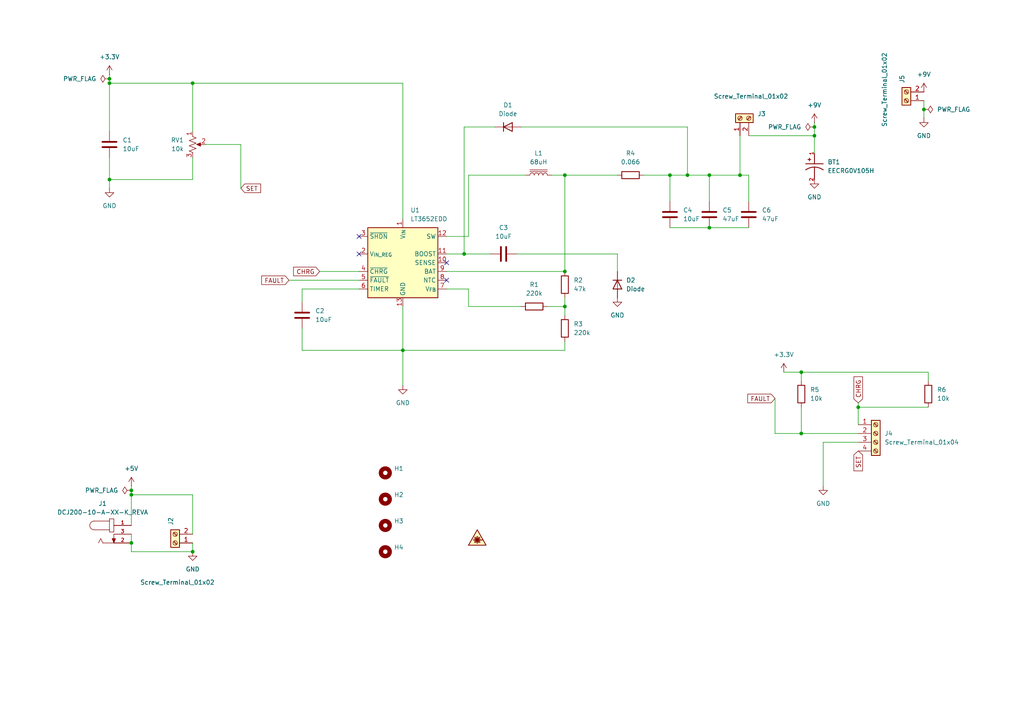
<source format=kicad_sch>
(kicad_sch
	(version 20231120)
	(generator "eeschema")
	(generator_version "8.0")
	(uuid "b4b62860-2e58-450f-95b4-f4800d227881")
	(paper "A4")
	(lib_symbols
		(symbol "Barrel_Type DC power jack:DCJ200-10-A-XX-K_REVA"
			(pin_names
				(offset 1.016)
			)
			(exclude_from_sim no)
			(in_bom yes)
			(on_board yes)
			(property "Reference" "J"
				(at -7.6272 5.0848 0)
				(effects
					(font
						(size 1.27 1.27)
					)
					(justify left bottom)
				)
			)
			(property "Value" "DCJ200-10-A-XX-K_REVA"
				(at -7.6313 -5.0875 0)
				(effects
					(font
						(size 1.27 1.27)
					)
					(justify left bottom)
				)
			)
			(property "Footprint" "DCJ200-10-A-XX-K_REVA:GCT_DCJ200-10-A-XX-K_REVA"
				(at 0 0 0)
				(effects
					(font
						(size 1.27 1.27)
					)
					(justify bottom)
					(hide yes)
				)
			)
			(property "Datasheet" ""
				(at 0 0 0)
				(effects
					(font
						(size 1.27 1.27)
					)
					(hide yes)
				)
			)
			(property "Description" ""
				(at 0 0 0)
				(effects
					(font
						(size 1.27 1.27)
					)
					(hide yes)
				)
			)
			(property "MF" "Global Connector Technology"
				(at 0 0 0)
				(effects
					(font
						(size 1.27 1.27)
					)
					(justify bottom)
					(hide yes)
				)
			)
			(property "MAXIMUM_PACKAGE_HEIGHT" "11 mm"
				(at 0 0 0)
				(effects
					(font
						(size 1.27 1.27)
					)
					(justify bottom)
					(hide yes)
				)
			)
			(property "Package" "None"
				(at 0 0 0)
				(effects
					(font
						(size 1.27 1.27)
					)
					(justify bottom)
					(hide yes)
				)
			)
			(property "Price" "None"
				(at 0 0 0)
				(effects
					(font
						(size 1.27 1.27)
					)
					(justify bottom)
					(hide yes)
				)
			)
			(property "Check_prices" "https://www.snapeda.com/parts/DCJ200-10-A-K1-K/Global+Connector+Technology/view-part/?ref=eda"
				(at 0 0 0)
				(effects
					(font
						(size 1.27 1.27)
					)
					(justify bottom)
					(hide yes)
				)
			)
			(property "STANDARD" "Manufacturer Recommendations"
				(at 0 0 0)
				(effects
					(font
						(size 1.27 1.27)
					)
					(justify bottom)
					(hide yes)
				)
			)
			(property "PARTREV" "A"
				(at 0 0 0)
				(effects
					(font
						(size 1.27 1.27)
					)
					(justify bottom)
					(hide yes)
				)
			)
			(property "SnapEDA_Link" "https://www.snapeda.com/parts/DCJ200-10-A-K1-K/Global+Connector+Technology/view-part/?ref=snap"
				(at 0 0 0)
				(effects
					(font
						(size 1.27 1.27)
					)
					(justify bottom)
					(hide yes)
				)
			)
			(property "MP" "DCJ200-10-A-K1-K"
				(at 0 0 0)
				(effects
					(font
						(size 1.27 1.27)
					)
					(justify bottom)
					(hide yes)
				)
			)
			(property "Purchase-URL" "https://www.snapeda.com/api/url_track_click_mouser/?unipart_id=641259&manufacturer=Global Connector Technology&part_name=DCJ200-10-A-K1-K&search_term=barrel type dc"
				(at 0 0 0)
				(effects
					(font
						(size 1.27 1.27)
					)
					(justify bottom)
					(hide yes)
				)
			)
			(property "Description_1" "\nPower Barrel Connector Jack 2.05mm ID (0.081), 5.50mm OD (0.217) Through Hole, Right Angle\n"
				(at 0 0 0)
				(effects
					(font
						(size 1.27 1.27)
					)
					(justify bottom)
					(hide yes)
				)
			)
			(property "MANUFACTURER" "Global Connector Technology"
				(at 0 0 0)
				(effects
					(font
						(size 1.27 1.27)
					)
					(justify bottom)
					(hide yes)
				)
			)
			(property "Availability" "In Stock"
				(at 0 0 0)
				(effects
					(font
						(size 1.27 1.27)
					)
					(justify bottom)
					(hide yes)
				)
			)
			(property "SNAPEDA_PN" "DCJ200-10-A-K1-K"
				(at 0 0 0)
				(effects
					(font
						(size 1.27 1.27)
					)
					(justify bottom)
					(hide yes)
				)
			)
			(symbol "DCJ200-10-A-XX-K_REVA_0_0"
				(arc
					(start -5.715 3.81)
					(mid -6.9794 2.54)
					(end -5.715 1.27)
					(stroke
						(width 0.1524)
						(type default)
					)
					(fill
						(type none)
					)
				)
				(polyline
					(pts
						(xy -5.715 3.81) (xy -1.27 3.81)
					)
					(stroke
						(width 0.1524)
						(type default)
					)
					(fill
						(type none)
					)
				)
				(polyline
					(pts
						(xy -3.81 -1.27) (xy -4.445 -2.54)
					)
					(stroke
						(width 0.1524)
						(type default)
					)
					(fill
						(type none)
					)
				)
				(polyline
					(pts
						(xy -3.175 -2.54) (xy -3.81 -1.27)
					)
					(stroke
						(width 0.1524)
						(type default)
					)
					(fill
						(type none)
					)
				)
				(polyline
					(pts
						(xy -1.27 0.635) (xy 0 0.635)
					)
					(stroke
						(width 0.1524)
						(type default)
					)
					(fill
						(type none)
					)
				)
				(polyline
					(pts
						(xy -1.27 1.27) (xy -5.715 1.27)
					)
					(stroke
						(width 0.1524)
						(type default)
					)
					(fill
						(type none)
					)
				)
				(polyline
					(pts
						(xy -1.27 1.27) (xy -1.27 0.635)
					)
					(stroke
						(width 0.1524)
						(type default)
					)
					(fill
						(type none)
					)
				)
				(polyline
					(pts
						(xy -1.27 3.81) (xy -1.27 1.27)
					)
					(stroke
						(width 0.1524)
						(type default)
					)
					(fill
						(type none)
					)
				)
				(polyline
					(pts
						(xy -1.27 4.445) (xy -1.27 3.81)
					)
					(stroke
						(width 0.1524)
						(type default)
					)
					(fill
						(type none)
					)
				)
				(polyline
					(pts
						(xy 0 -2.54) (xy -3.175 -2.54)
					)
					(stroke
						(width 0.1524)
						(type default)
					)
					(fill
						(type none)
					)
				)
				(polyline
					(pts
						(xy 0 0) (xy 0 -2.54)
					)
					(stroke
						(width 0.1524)
						(type default)
					)
					(fill
						(type none)
					)
				)
				(polyline
					(pts
						(xy 0 0.635) (xy 0 4.445)
					)
					(stroke
						(width 0.1524)
						(type default)
					)
					(fill
						(type none)
					)
				)
				(polyline
					(pts
						(xy 0 4.445) (xy -1.27 4.445)
					)
					(stroke
						(width 0.1524)
						(type default)
					)
					(fill
						(type none)
					)
				)
				(polyline
					(pts
						(xy 0 -2.54) (xy -0.508 -1.27) (xy 0.508 -1.27) (xy 0 -2.54)
					)
					(stroke
						(width 0.1524)
						(type default)
					)
					(fill
						(type outline)
					)
				)
				(pin passive line
					(at 5.08 2.54 180)
					(length 5.08)
					(name "~"
						(effects
							(font
								(size 1.016 1.016)
							)
						)
					)
					(number "1"
						(effects
							(font
								(size 1.016 1.016)
							)
						)
					)
				)
				(pin passive line
					(at 5.08 -2.54 180)
					(length 5.08)
					(name "~"
						(effects
							(font
								(size 1.016 1.016)
							)
						)
					)
					(number "2"
						(effects
							(font
								(size 1.016 1.016)
							)
						)
					)
				)
				(pin passive line
					(at 5.08 0 180)
					(length 5.08)
					(name "~"
						(effects
							(font
								(size 1.016 1.016)
							)
						)
					)
					(number "3"
						(effects
							(font
								(size 1.016 1.016)
							)
						)
					)
				)
			)
		)
		(symbol "Battery_Cell_Panasonic:EECRG0V105H"
			(pin_names
				(offset 1.016)
			)
			(exclude_from_sim no)
			(in_bom yes)
			(on_board yes)
			(property "Reference" "C"
				(at -5.0828 3.8121 0)
				(effects
					(font
						(size 1.27 1.27)
					)
					(justify left bottom)
				)
			)
			(property "Value" "EECRG0V105H"
				(at -5.0898 -5.0898 0)
				(effects
					(font
						(size 1.27 1.27)
					)
					(justify left bottom)
				)
			)
			(property "Footprint" "EECRG0V105H:CAPRD2000W100L650D1900"
				(at 0 0 0)
				(effects
					(font
						(size 1.27 1.27)
					)
					(justify bottom)
					(hide yes)
				)
			)
			(property "Datasheet" ""
				(at 0 0 0)
				(effects
					(font
						(size 1.27 1.27)
					)
					(hide yes)
				)
			)
			(property "Description" ""
				(at 0 0 0)
				(effects
					(font
						(size 1.27 1.27)
					)
					(hide yes)
				)
			)
			(property "MF" "Panasonic Electronic"
				(at 0 0 0)
				(effects
					(font
						(size 1.27 1.27)
					)
					(justify bottom)
					(hide yes)
				)
			)
			(property "Description_1" "\n1 F (EDLC) Supercapacitor 3.6 V Axial, Can - Horizontal 20Ohm @ 1kHz 2000 Hrs @ 85°C\n"
				(at 0 0 0)
				(effects
					(font
						(size 1.27 1.27)
					)
					(justify bottom)
					(hide yes)
				)
			)
			(property "Package" "Axial Panasonic Electronic"
				(at 0 0 0)
				(effects
					(font
						(size 1.27 1.27)
					)
					(justify bottom)
					(hide yes)
				)
			)
			(property "Price" "None"
				(at 0 0 0)
				(effects
					(font
						(size 1.27 1.27)
					)
					(justify bottom)
					(hide yes)
				)
			)
			(property "Check_prices" "https://www.snapeda.com/parts/EECRG0V105H/Panasonic+Electronic+Components/view-part/?ref=eda"
				(at 0 0 0)
				(effects
					(font
						(size 1.27 1.27)
					)
					(justify bottom)
					(hide yes)
				)
			)
			(property "STANDARD" "IPC-7251"
				(at 0 0 0)
				(effects
					(font
						(size 1.27 1.27)
					)
					(justify bottom)
					(hide yes)
				)
			)
			(property "PARTREV" "N/A"
				(at 0 0 0)
				(effects
					(font
						(size 1.27 1.27)
					)
					(justify bottom)
					(hide yes)
				)
			)
			(property "SnapEDA_Link" "https://www.snapeda.com/parts/EECRG0V105H/Panasonic+Electronic+Components/view-part/?ref=snap"
				(at 0 0 0)
				(effects
					(font
						(size 1.27 1.27)
					)
					(justify bottom)
					(hide yes)
				)
			)
			(property "MP" "EECRG0V105H"
				(at 0 0 0)
				(effects
					(font
						(size 1.27 1.27)
					)
					(justify bottom)
					(hide yes)
				)
			)
			(property "Availability" "In Stock"
				(at 0 0 0)
				(effects
					(font
						(size 1.27 1.27)
					)
					(justify bottom)
					(hide yes)
				)
			)
			(property "MANUFACTURER" "Panasonic"
				(at 0 0 0)
				(effects
					(font
						(size 1.27 1.27)
					)
					(justify bottom)
					(hide yes)
				)
			)
			(symbol "EECRG0V105H_0_0"
				(rectangle
					(start -3.72 -1.5349)
					(end -2.824 -1.405)
					(stroke
						(width 0.1)
						(type default)
					)
					(fill
						(type outline)
					)
				)
				(rectangle
					(start -3.3358 -1.9152)
					(end -3.205 -1.024)
					(stroke
						(width 0.1)
						(type default)
					)
					(fill
						(type outline)
					)
				)
				(arc
					(start -0.254 2.54)
					(mid -1.0549 0)
					(end -0.254 -2.54)
					(stroke
						(width 0.254)
						(type default)
					)
					(fill
						(type none)
					)
				)
				(polyline
					(pts
						(xy -5.08 0) (xy -2.032 0)
					)
					(stroke
						(width 0.254)
						(type default)
					)
					(fill
						(type none)
					)
				)
				(polyline
					(pts
						(xy -2.032 2.54) (xy -2.032 -2.54)
					)
					(stroke
						(width 0.254)
						(type default)
					)
					(fill
						(type none)
					)
				)
				(polyline
					(pts
						(xy -1.016 0) (xy 2.54 0)
					)
					(stroke
						(width 0.254)
						(type default)
					)
					(fill
						(type none)
					)
				)
				(pin passive line
					(at -5.08 0 0)
					(length 0)
					(name "~"
						(effects
							(font
								(size 1.016 1.016)
							)
						)
					)
					(number "1"
						(effects
							(font
								(size 1.016 1.016)
							)
						)
					)
				)
				(pin passive line
					(at 2.54 0 180)
					(length 0)
					(name "~"
						(effects
							(font
								(size 1.016 1.016)
							)
						)
					)
					(number "2"
						(effects
							(font
								(size 1.016 1.016)
							)
						)
					)
				)
			)
		)
		(symbol "Battery_Management:LT3652EDD"
			(exclude_from_sim no)
			(in_bom yes)
			(on_board yes)
			(property "Reference" "U"
				(at -8.382 11.43 0)
				(effects
					(font
						(size 1.27 1.27)
					)
				)
			)
			(property "Value" "LT3652EDD"
				(at 1.778 11.684 0)
				(effects
					(font
						(size 1.27 1.27)
					)
					(justify left)
				)
			)
			(property "Footprint" "Package_DFN_QFN:DFN-12-1EP_3x3mm_P0.45mm_EP1.65x2.38mm"
				(at 0 -15.24 0)
				(effects
					(font
						(size 1.27 1.27)
					)
					(hide yes)
				)
			)
			(property "Datasheet" "https://www.analog.com/media/en/technical-documentation/data-sheets/3652fe.pdf"
				(at 15.24 -20.32 0)
				(effects
					(font
						(size 1.27 1.27)
					)
					(hide yes)
				)
			)
			(property "Description" "Step-down battery charger for solar power, Lithium Phosphate (LiFePO4), Lead (Pb), Lithium+ (Li+) , 4.95V to 32V VDD, 2A, -40 to +125 degree Celsius, DFN-12"
				(at 0 0 0)
				(effects
					(font
						(size 1.27 1.27)
					)
					(hide yes)
				)
			)
			(property "ki_keywords" "battery charger solar"
				(at 0 0 0)
				(effects
					(font
						(size 1.27 1.27)
					)
					(hide yes)
				)
			)
			(property "ki_fp_filters" "DFN*1EP*3x3mm*P0.45mm*"
				(at 0 0 0)
				(effects
					(font
						(size 1.27 1.27)
					)
					(hide yes)
				)
			)
			(symbol "LT3652EDD_0_1"
				(rectangle
					(start -10.16 10.16)
					(end 10.16 -10.16)
					(stroke
						(width 0.254)
						(type default)
					)
					(fill
						(type background)
					)
				)
			)
			(symbol "LT3652EDD_1_1"
				(pin power_in line
					(at 0 12.7 270)
					(length 2.54)
					(name "V_{IN}"
						(effects
							(font
								(size 1.27 1.27)
							)
						)
					)
					(number "1"
						(effects
							(font
								(size 1.27 1.27)
							)
						)
					)
				)
				(pin input line
					(at 12.7 0 180)
					(length 2.54)
					(name "SENSE"
						(effects
							(font
								(size 1.27 1.27)
							)
						)
					)
					(number "10"
						(effects
							(font
								(size 1.27 1.27)
							)
						)
					)
				)
				(pin input line
					(at 12.7 2.54 180)
					(length 2.54)
					(name "BOOST"
						(effects
							(font
								(size 1.27 1.27)
							)
						)
					)
					(number "11"
						(effects
							(font
								(size 1.27 1.27)
							)
						)
					)
				)
				(pin output line
					(at 12.7 7.62 180)
					(length 2.54)
					(name "SW"
						(effects
							(font
								(size 1.27 1.27)
							)
						)
					)
					(number "12"
						(effects
							(font
								(size 1.27 1.27)
							)
						)
					)
				)
				(pin power_in line
					(at 0 -12.7 90)
					(length 2.54)
					(name "GND"
						(effects
							(font
								(size 1.27 1.27)
							)
						)
					)
					(number "13"
						(effects
							(font
								(size 1.27 1.27)
							)
						)
					)
				)
				(pin input line
					(at -12.7 2.54 0)
					(length 2.54)
					(name "V_{IN_REG}"
						(effects
							(font
								(size 1.27 1.27)
							)
						)
					)
					(number "2"
						(effects
							(font
								(size 1.27 1.27)
							)
						)
					)
				)
				(pin input line
					(at -12.7 7.62 0)
					(length 2.54)
					(name "~{SHDN}"
						(effects
							(font
								(size 1.27 1.27)
							)
						)
					)
					(number "3"
						(effects
							(font
								(size 1.27 1.27)
							)
						)
					)
				)
				(pin open_collector line
					(at -12.7 -2.54 0)
					(length 2.54)
					(name "~{CHRG}"
						(effects
							(font
								(size 1.27 1.27)
							)
						)
					)
					(number "4"
						(effects
							(font
								(size 1.27 1.27)
							)
						)
					)
				)
				(pin open_collector line
					(at -12.7 -5.08 0)
					(length 2.54)
					(name "~{FAULT}"
						(effects
							(font
								(size 1.27 1.27)
							)
						)
					)
					(number "5"
						(effects
							(font
								(size 1.27 1.27)
							)
						)
					)
				)
				(pin output line
					(at -12.7 -7.62 0)
					(length 2.54)
					(name "TIMER"
						(effects
							(font
								(size 1.27 1.27)
							)
						)
					)
					(number "6"
						(effects
							(font
								(size 1.27 1.27)
							)
						)
					)
				)
				(pin input line
					(at 12.7 -7.62 180)
					(length 2.54)
					(name "V_{FB}"
						(effects
							(font
								(size 1.27 1.27)
							)
						)
					)
					(number "7"
						(effects
							(font
								(size 1.27 1.27)
							)
						)
					)
				)
				(pin input line
					(at 12.7 -5.08 180)
					(length 2.54)
					(name "NTC"
						(effects
							(font
								(size 1.27 1.27)
							)
						)
					)
					(number "8"
						(effects
							(font
								(size 1.27 1.27)
							)
						)
					)
				)
				(pin output line
					(at 12.7 -2.54 180)
					(length 2.54)
					(name "BAT"
						(effects
							(font
								(size 1.27 1.27)
							)
						)
					)
					(number "9"
						(effects
							(font
								(size 1.27 1.27)
							)
						)
					)
				)
			)
		)
		(symbol "Connector:Screw_Terminal_01x02"
			(pin_names
				(offset 1.016) hide)
			(exclude_from_sim no)
			(in_bom yes)
			(on_board yes)
			(property "Reference" "J"
				(at 0 2.54 0)
				(effects
					(font
						(size 1.27 1.27)
					)
				)
			)
			(property "Value" "Screw_Terminal_01x02"
				(at 0 -5.08 0)
				(effects
					(font
						(size 1.27 1.27)
					)
				)
			)
			(property "Footprint" ""
				(at 0 0 0)
				(effects
					(font
						(size 1.27 1.27)
					)
					(hide yes)
				)
			)
			(property "Datasheet" "~"
				(at 0 0 0)
				(effects
					(font
						(size 1.27 1.27)
					)
					(hide yes)
				)
			)
			(property "Description" "Generic screw terminal, single row, 01x02, script generated (kicad-library-utils/schlib/autogen/connector/)"
				(at 0 0 0)
				(effects
					(font
						(size 1.27 1.27)
					)
					(hide yes)
				)
			)
			(property "ki_keywords" "screw terminal"
				(at 0 0 0)
				(effects
					(font
						(size 1.27 1.27)
					)
					(hide yes)
				)
			)
			(property "ki_fp_filters" "TerminalBlock*:*"
				(at 0 0 0)
				(effects
					(font
						(size 1.27 1.27)
					)
					(hide yes)
				)
			)
			(symbol "Screw_Terminal_01x02_1_1"
				(rectangle
					(start -1.27 1.27)
					(end 1.27 -3.81)
					(stroke
						(width 0.254)
						(type default)
					)
					(fill
						(type background)
					)
				)
				(circle
					(center 0 -2.54)
					(radius 0.635)
					(stroke
						(width 0.1524)
						(type default)
					)
					(fill
						(type none)
					)
				)
				(polyline
					(pts
						(xy -0.5334 -2.2098) (xy 0.3302 -3.048)
					)
					(stroke
						(width 0.1524)
						(type default)
					)
					(fill
						(type none)
					)
				)
				(polyline
					(pts
						(xy -0.5334 0.3302) (xy 0.3302 -0.508)
					)
					(stroke
						(width 0.1524)
						(type default)
					)
					(fill
						(type none)
					)
				)
				(polyline
					(pts
						(xy -0.3556 -2.032) (xy 0.508 -2.8702)
					)
					(stroke
						(width 0.1524)
						(type default)
					)
					(fill
						(type none)
					)
				)
				(polyline
					(pts
						(xy -0.3556 0.508) (xy 0.508 -0.3302)
					)
					(stroke
						(width 0.1524)
						(type default)
					)
					(fill
						(type none)
					)
				)
				(circle
					(center 0 0)
					(radius 0.635)
					(stroke
						(width 0.1524)
						(type default)
					)
					(fill
						(type none)
					)
				)
				(pin passive line
					(at -5.08 0 0)
					(length 3.81)
					(name "Pin_1"
						(effects
							(font
								(size 1.27 1.27)
							)
						)
					)
					(number "1"
						(effects
							(font
								(size 1.27 1.27)
							)
						)
					)
				)
				(pin passive line
					(at -5.08 -2.54 0)
					(length 3.81)
					(name "Pin_2"
						(effects
							(font
								(size 1.27 1.27)
							)
						)
					)
					(number "2"
						(effects
							(font
								(size 1.27 1.27)
							)
						)
					)
				)
			)
		)
		(symbol "Connector:Screw_Terminal_01x04"
			(pin_names
				(offset 1.016) hide)
			(exclude_from_sim no)
			(in_bom yes)
			(on_board yes)
			(property "Reference" "J"
				(at 0 5.08 0)
				(effects
					(font
						(size 1.27 1.27)
					)
				)
			)
			(property "Value" "Screw_Terminal_01x04"
				(at 0 -7.62 0)
				(effects
					(font
						(size 1.27 1.27)
					)
				)
			)
			(property "Footprint" ""
				(at 0 0 0)
				(effects
					(font
						(size 1.27 1.27)
					)
					(hide yes)
				)
			)
			(property "Datasheet" "~"
				(at 0 0 0)
				(effects
					(font
						(size 1.27 1.27)
					)
					(hide yes)
				)
			)
			(property "Description" "Generic screw terminal, single row, 01x04, script generated (kicad-library-utils/schlib/autogen/connector/)"
				(at 0 0 0)
				(effects
					(font
						(size 1.27 1.27)
					)
					(hide yes)
				)
			)
			(property "ki_keywords" "screw terminal"
				(at 0 0 0)
				(effects
					(font
						(size 1.27 1.27)
					)
					(hide yes)
				)
			)
			(property "ki_fp_filters" "TerminalBlock*:*"
				(at 0 0 0)
				(effects
					(font
						(size 1.27 1.27)
					)
					(hide yes)
				)
			)
			(symbol "Screw_Terminal_01x04_1_1"
				(rectangle
					(start -1.27 3.81)
					(end 1.27 -6.35)
					(stroke
						(width 0.254)
						(type default)
					)
					(fill
						(type background)
					)
				)
				(circle
					(center 0 -5.08)
					(radius 0.635)
					(stroke
						(width 0.1524)
						(type default)
					)
					(fill
						(type none)
					)
				)
				(circle
					(center 0 -2.54)
					(radius 0.635)
					(stroke
						(width 0.1524)
						(type default)
					)
					(fill
						(type none)
					)
				)
				(polyline
					(pts
						(xy -0.5334 -4.7498) (xy 0.3302 -5.588)
					)
					(stroke
						(width 0.1524)
						(type default)
					)
					(fill
						(type none)
					)
				)
				(polyline
					(pts
						(xy -0.5334 -2.2098) (xy 0.3302 -3.048)
					)
					(stroke
						(width 0.1524)
						(type default)
					)
					(fill
						(type none)
					)
				)
				(polyline
					(pts
						(xy -0.5334 0.3302) (xy 0.3302 -0.508)
					)
					(stroke
						(width 0.1524)
						(type default)
					)
					(fill
						(type none)
					)
				)
				(polyline
					(pts
						(xy -0.5334 2.8702) (xy 0.3302 2.032)
					)
					(stroke
						(width 0.1524)
						(type default)
					)
					(fill
						(type none)
					)
				)
				(polyline
					(pts
						(xy -0.3556 -4.572) (xy 0.508 -5.4102)
					)
					(stroke
						(width 0.1524)
						(type default)
					)
					(fill
						(type none)
					)
				)
				(polyline
					(pts
						(xy -0.3556 -2.032) (xy 0.508 -2.8702)
					)
					(stroke
						(width 0.1524)
						(type default)
					)
					(fill
						(type none)
					)
				)
				(polyline
					(pts
						(xy -0.3556 0.508) (xy 0.508 -0.3302)
					)
					(stroke
						(width 0.1524)
						(type default)
					)
					(fill
						(type none)
					)
				)
				(polyline
					(pts
						(xy -0.3556 3.048) (xy 0.508 2.2098)
					)
					(stroke
						(width 0.1524)
						(type default)
					)
					(fill
						(type none)
					)
				)
				(circle
					(center 0 0)
					(radius 0.635)
					(stroke
						(width 0.1524)
						(type default)
					)
					(fill
						(type none)
					)
				)
				(circle
					(center 0 2.54)
					(radius 0.635)
					(stroke
						(width 0.1524)
						(type default)
					)
					(fill
						(type none)
					)
				)
				(pin passive line
					(at -5.08 2.54 0)
					(length 3.81)
					(name "Pin_1"
						(effects
							(font
								(size 1.27 1.27)
							)
						)
					)
					(number "1"
						(effects
							(font
								(size 1.27 1.27)
							)
						)
					)
				)
				(pin passive line
					(at -5.08 0 0)
					(length 3.81)
					(name "Pin_2"
						(effects
							(font
								(size 1.27 1.27)
							)
						)
					)
					(number "2"
						(effects
							(font
								(size 1.27 1.27)
							)
						)
					)
				)
				(pin passive line
					(at -5.08 -2.54 0)
					(length 3.81)
					(name "Pin_3"
						(effects
							(font
								(size 1.27 1.27)
							)
						)
					)
					(number "3"
						(effects
							(font
								(size 1.27 1.27)
							)
						)
					)
				)
				(pin passive line
					(at -5.08 -5.08 0)
					(length 3.81)
					(name "Pin_4"
						(effects
							(font
								(size 1.27 1.27)
							)
						)
					)
					(number "4"
						(effects
							(font
								(size 1.27 1.27)
							)
						)
					)
				)
			)
		)
		(symbol "Device:C"
			(pin_numbers hide)
			(pin_names
				(offset 0.254)
			)
			(exclude_from_sim no)
			(in_bom yes)
			(on_board yes)
			(property "Reference" "C"
				(at 0.635 2.54 0)
				(effects
					(font
						(size 1.27 1.27)
					)
					(justify left)
				)
			)
			(property "Value" "C"
				(at 0.635 -2.54 0)
				(effects
					(font
						(size 1.27 1.27)
					)
					(justify left)
				)
			)
			(property "Footprint" ""
				(at 0.9652 -3.81 0)
				(effects
					(font
						(size 1.27 1.27)
					)
					(hide yes)
				)
			)
			(property "Datasheet" "~"
				(at 0 0 0)
				(effects
					(font
						(size 1.27 1.27)
					)
					(hide yes)
				)
			)
			(property "Description" "Unpolarized capacitor"
				(at 0 0 0)
				(effects
					(font
						(size 1.27 1.27)
					)
					(hide yes)
				)
			)
			(property "ki_keywords" "cap capacitor"
				(at 0 0 0)
				(effects
					(font
						(size 1.27 1.27)
					)
					(hide yes)
				)
			)
			(property "ki_fp_filters" "C_*"
				(at 0 0 0)
				(effects
					(font
						(size 1.27 1.27)
					)
					(hide yes)
				)
			)
			(symbol "C_0_1"
				(polyline
					(pts
						(xy -2.032 -0.762) (xy 2.032 -0.762)
					)
					(stroke
						(width 0.508)
						(type default)
					)
					(fill
						(type none)
					)
				)
				(polyline
					(pts
						(xy -2.032 0.762) (xy 2.032 0.762)
					)
					(stroke
						(width 0.508)
						(type default)
					)
					(fill
						(type none)
					)
				)
			)
			(symbol "C_1_1"
				(pin passive line
					(at 0 3.81 270)
					(length 2.794)
					(name "~"
						(effects
							(font
								(size 1.27 1.27)
							)
						)
					)
					(number "1"
						(effects
							(font
								(size 1.27 1.27)
							)
						)
					)
				)
				(pin passive line
					(at 0 -3.81 90)
					(length 2.794)
					(name "~"
						(effects
							(font
								(size 1.27 1.27)
							)
						)
					)
					(number "2"
						(effects
							(font
								(size 1.27 1.27)
							)
						)
					)
				)
			)
		)
		(symbol "Device:D"
			(pin_numbers hide)
			(pin_names
				(offset 1.016) hide)
			(exclude_from_sim no)
			(in_bom yes)
			(on_board yes)
			(property "Reference" "D"
				(at 0 2.54 0)
				(effects
					(font
						(size 1.27 1.27)
					)
				)
			)
			(property "Value" "D"
				(at 0 -2.54 0)
				(effects
					(font
						(size 1.27 1.27)
					)
				)
			)
			(property "Footprint" ""
				(at 0 0 0)
				(effects
					(font
						(size 1.27 1.27)
					)
					(hide yes)
				)
			)
			(property "Datasheet" "~"
				(at 0 0 0)
				(effects
					(font
						(size 1.27 1.27)
					)
					(hide yes)
				)
			)
			(property "Description" "Diode"
				(at 0 0 0)
				(effects
					(font
						(size 1.27 1.27)
					)
					(hide yes)
				)
			)
			(property "Sim.Device" "D"
				(at 0 0 0)
				(effects
					(font
						(size 1.27 1.27)
					)
					(hide yes)
				)
			)
			(property "Sim.Pins" "1=K 2=A"
				(at 0 0 0)
				(effects
					(font
						(size 1.27 1.27)
					)
					(hide yes)
				)
			)
			(property "ki_keywords" "diode"
				(at 0 0 0)
				(effects
					(font
						(size 1.27 1.27)
					)
					(hide yes)
				)
			)
			(property "ki_fp_filters" "TO-???* *_Diode_* *SingleDiode* D_*"
				(at 0 0 0)
				(effects
					(font
						(size 1.27 1.27)
					)
					(hide yes)
				)
			)
			(symbol "D_0_1"
				(polyline
					(pts
						(xy -1.27 1.27) (xy -1.27 -1.27)
					)
					(stroke
						(width 0.254)
						(type default)
					)
					(fill
						(type none)
					)
				)
				(polyline
					(pts
						(xy 1.27 0) (xy -1.27 0)
					)
					(stroke
						(width 0)
						(type default)
					)
					(fill
						(type none)
					)
				)
				(polyline
					(pts
						(xy 1.27 1.27) (xy 1.27 -1.27) (xy -1.27 0) (xy 1.27 1.27)
					)
					(stroke
						(width 0.254)
						(type default)
					)
					(fill
						(type none)
					)
				)
			)
			(symbol "D_1_1"
				(pin passive line
					(at -3.81 0 0)
					(length 2.54)
					(name "K"
						(effects
							(font
								(size 1.27 1.27)
							)
						)
					)
					(number "1"
						(effects
							(font
								(size 1.27 1.27)
							)
						)
					)
				)
				(pin passive line
					(at 3.81 0 180)
					(length 2.54)
					(name "A"
						(effects
							(font
								(size 1.27 1.27)
							)
						)
					)
					(number "2"
						(effects
							(font
								(size 1.27 1.27)
							)
						)
					)
				)
			)
		)
		(symbol "Device:L_Iron"
			(pin_numbers hide)
			(pin_names
				(offset 1.016) hide)
			(exclude_from_sim no)
			(in_bom yes)
			(on_board yes)
			(property "Reference" "L"
				(at -1.27 0 90)
				(effects
					(font
						(size 1.27 1.27)
					)
				)
			)
			(property "Value" "L_Iron"
				(at 2.794 0 90)
				(effects
					(font
						(size 1.27 1.27)
					)
				)
			)
			(property "Footprint" ""
				(at 0 0 0)
				(effects
					(font
						(size 1.27 1.27)
					)
					(hide yes)
				)
			)
			(property "Datasheet" "~"
				(at 0 0 0)
				(effects
					(font
						(size 1.27 1.27)
					)
					(hide yes)
				)
			)
			(property "Description" "Inductor with iron core"
				(at 0 0 0)
				(effects
					(font
						(size 1.27 1.27)
					)
					(hide yes)
				)
			)
			(property "ki_keywords" "inductor choke coil reactor magnetic"
				(at 0 0 0)
				(effects
					(font
						(size 1.27 1.27)
					)
					(hide yes)
				)
			)
			(property "ki_fp_filters" "Choke_* *Coil* Inductor_* L_*"
				(at 0 0 0)
				(effects
					(font
						(size 1.27 1.27)
					)
					(hide yes)
				)
			)
			(symbol "L_Iron_0_1"
				(arc
					(start 0 -2.54)
					(mid 0.6323 -1.905)
					(end 0 -1.27)
					(stroke
						(width 0)
						(type default)
					)
					(fill
						(type none)
					)
				)
				(arc
					(start 0 -1.27)
					(mid 0.6323 -0.635)
					(end 0 0)
					(stroke
						(width 0)
						(type default)
					)
					(fill
						(type none)
					)
				)
				(polyline
					(pts
						(xy 1.016 2.54) (xy 1.016 -2.54)
					)
					(stroke
						(width 0)
						(type default)
					)
					(fill
						(type none)
					)
				)
				(polyline
					(pts
						(xy 1.524 -2.54) (xy 1.524 2.54)
					)
					(stroke
						(width 0)
						(type default)
					)
					(fill
						(type none)
					)
				)
				(arc
					(start 0 0)
					(mid 0.6323 0.635)
					(end 0 1.27)
					(stroke
						(width 0)
						(type default)
					)
					(fill
						(type none)
					)
				)
				(arc
					(start 0 1.27)
					(mid 0.6323 1.905)
					(end 0 2.54)
					(stroke
						(width 0)
						(type default)
					)
					(fill
						(type none)
					)
				)
			)
			(symbol "L_Iron_1_1"
				(pin passive line
					(at 0 3.81 270)
					(length 1.27)
					(name "1"
						(effects
							(font
								(size 1.27 1.27)
							)
						)
					)
					(number "1"
						(effects
							(font
								(size 1.27 1.27)
							)
						)
					)
				)
				(pin passive line
					(at 0 -3.81 90)
					(length 1.27)
					(name "2"
						(effects
							(font
								(size 1.27 1.27)
							)
						)
					)
					(number "2"
						(effects
							(font
								(size 1.27 1.27)
							)
						)
					)
				)
			)
		)
		(symbol "Device:R"
			(pin_numbers hide)
			(pin_names
				(offset 0)
			)
			(exclude_from_sim no)
			(in_bom yes)
			(on_board yes)
			(property "Reference" "R"
				(at 2.032 0 90)
				(effects
					(font
						(size 1.27 1.27)
					)
				)
			)
			(property "Value" "R"
				(at 0 0 90)
				(effects
					(font
						(size 1.27 1.27)
					)
				)
			)
			(property "Footprint" ""
				(at -1.778 0 90)
				(effects
					(font
						(size 1.27 1.27)
					)
					(hide yes)
				)
			)
			(property "Datasheet" "~"
				(at 0 0 0)
				(effects
					(font
						(size 1.27 1.27)
					)
					(hide yes)
				)
			)
			(property "Description" "Resistor"
				(at 0 0 0)
				(effects
					(font
						(size 1.27 1.27)
					)
					(hide yes)
				)
			)
			(property "ki_keywords" "R res resistor"
				(at 0 0 0)
				(effects
					(font
						(size 1.27 1.27)
					)
					(hide yes)
				)
			)
			(property "ki_fp_filters" "R_*"
				(at 0 0 0)
				(effects
					(font
						(size 1.27 1.27)
					)
					(hide yes)
				)
			)
			(symbol "R_0_1"
				(rectangle
					(start -1.016 -2.54)
					(end 1.016 2.54)
					(stroke
						(width 0.254)
						(type default)
					)
					(fill
						(type none)
					)
				)
			)
			(symbol "R_1_1"
				(pin passive line
					(at 0 3.81 270)
					(length 1.27)
					(name "~"
						(effects
							(font
								(size 1.27 1.27)
							)
						)
					)
					(number "1"
						(effects
							(font
								(size 1.27 1.27)
							)
						)
					)
				)
				(pin passive line
					(at 0 -3.81 90)
					(length 1.27)
					(name "~"
						(effects
							(font
								(size 1.27 1.27)
							)
						)
					)
					(number "2"
						(effects
							(font
								(size 1.27 1.27)
							)
						)
					)
				)
			)
		)
		(symbol "Device:R_Potentiometer_US"
			(pin_names
				(offset 1.016) hide)
			(exclude_from_sim no)
			(in_bom yes)
			(on_board yes)
			(property "Reference" "RV"
				(at -4.445 0 90)
				(effects
					(font
						(size 1.27 1.27)
					)
				)
			)
			(property "Value" "R_Potentiometer_US"
				(at -2.54 0 90)
				(effects
					(font
						(size 1.27 1.27)
					)
				)
			)
			(property "Footprint" ""
				(at 0 0 0)
				(effects
					(font
						(size 1.27 1.27)
					)
					(hide yes)
				)
			)
			(property "Datasheet" "~"
				(at 0 0 0)
				(effects
					(font
						(size 1.27 1.27)
					)
					(hide yes)
				)
			)
			(property "Description" "Potentiometer, US symbol"
				(at 0 0 0)
				(effects
					(font
						(size 1.27 1.27)
					)
					(hide yes)
				)
			)
			(property "ki_keywords" "resistor variable"
				(at 0 0 0)
				(effects
					(font
						(size 1.27 1.27)
					)
					(hide yes)
				)
			)
			(property "ki_fp_filters" "Potentiometer*"
				(at 0 0 0)
				(effects
					(font
						(size 1.27 1.27)
					)
					(hide yes)
				)
			)
			(symbol "R_Potentiometer_US_0_1"
				(polyline
					(pts
						(xy 0 -2.286) (xy 0 -2.54)
					)
					(stroke
						(width 0)
						(type default)
					)
					(fill
						(type none)
					)
				)
				(polyline
					(pts
						(xy 0 2.54) (xy 0 2.286)
					)
					(stroke
						(width 0)
						(type default)
					)
					(fill
						(type none)
					)
				)
				(polyline
					(pts
						(xy 2.54 0) (xy 1.524 0)
					)
					(stroke
						(width 0)
						(type default)
					)
					(fill
						(type none)
					)
				)
				(polyline
					(pts
						(xy 1.143 0) (xy 2.286 0.508) (xy 2.286 -0.508) (xy 1.143 0)
					)
					(stroke
						(width 0)
						(type default)
					)
					(fill
						(type outline)
					)
				)
				(polyline
					(pts
						(xy 0 -0.762) (xy 1.016 -1.143) (xy 0 -1.524) (xy -1.016 -1.905) (xy 0 -2.286)
					)
					(stroke
						(width 0)
						(type default)
					)
					(fill
						(type none)
					)
				)
				(polyline
					(pts
						(xy 0 0.762) (xy 1.016 0.381) (xy 0 0) (xy -1.016 -0.381) (xy 0 -0.762)
					)
					(stroke
						(width 0)
						(type default)
					)
					(fill
						(type none)
					)
				)
				(polyline
					(pts
						(xy 0 2.286) (xy 1.016 1.905) (xy 0 1.524) (xy -1.016 1.143) (xy 0 0.762)
					)
					(stroke
						(width 0)
						(type default)
					)
					(fill
						(type none)
					)
				)
			)
			(symbol "R_Potentiometer_US_1_1"
				(pin passive line
					(at 0 3.81 270)
					(length 1.27)
					(name "1"
						(effects
							(font
								(size 1.27 1.27)
							)
						)
					)
					(number "1"
						(effects
							(font
								(size 1.27 1.27)
							)
						)
					)
				)
				(pin passive line
					(at 3.81 0 180)
					(length 1.27)
					(name "2"
						(effects
							(font
								(size 1.27 1.27)
							)
						)
					)
					(number "2"
						(effects
							(font
								(size 1.27 1.27)
							)
						)
					)
				)
				(pin passive line
					(at 0 -3.81 90)
					(length 1.27)
					(name "3"
						(effects
							(font
								(size 1.27 1.27)
							)
						)
					)
					(number "3"
						(effects
							(font
								(size 1.27 1.27)
							)
						)
					)
				)
			)
		)
		(symbol "Graphic:SYM_LASER_Small"
			(exclude_from_sim no)
			(in_bom no)
			(on_board no)
			(property "Reference" "#SYM"
				(at 0 3.556 0)
				(effects
					(font
						(size 1.27 1.27)
					)
					(hide yes)
				)
			)
			(property "Value" "SYM_LASER_Small"
				(at 0 -3.175 0)
				(effects
					(font
						(size 1.27 1.27)
					)
					(hide yes)
				)
			)
			(property "Footprint" ""
				(at 0 -4.445 0)
				(effects
					(font
						(size 1.27 1.27)
					)
					(hide yes)
				)
			)
			(property "Datasheet" "~"
				(at 0.762 -5.08 0)
				(effects
					(font
						(size 1.27 1.27)
					)
					(hide yes)
				)
			)
			(property "Description" "Laser radiation warning symbol, small"
				(at 0 0 0)
				(effects
					(font
						(size 1.27 1.27)
					)
					(hide yes)
				)
			)
			(property "Sim.Enable" "0"
				(at 0 0 0)
				(effects
					(font
						(size 1.27 1.27)
					)
					(hide yes)
				)
			)
			(property "ki_keywords" "symbol logo laser warning"
				(at 0 0 0)
				(effects
					(font
						(size 1.27 1.27)
					)
					(hide yes)
				)
			)
			(symbol "SYM_LASER_Small_0_1"
				(polyline
					(pts
						(xy -1.143 -0.381) (xy 1.651 -0.381)
					)
					(stroke
						(width 0.254)
						(type default)
					)
					(fill
						(type none)
					)
				)
				(polyline
					(pts
						(xy -0.889 -0.762) (xy 0.889 0)
					)
					(stroke
						(width 0)
						(type default)
					)
					(fill
						(type none)
					)
				)
				(polyline
					(pts
						(xy -0.889 0) (xy 0.889 -0.762)
					)
					(stroke
						(width 0)
						(type default)
					)
					(fill
						(type none)
					)
				)
				(polyline
					(pts
						(xy -0.762 -1.143) (xy 0.762 0.381)
					)
					(stroke
						(width 0.254)
						(type default)
					)
					(fill
						(type none)
					)
				)
				(polyline
					(pts
						(xy -0.381 0.508) (xy 0.381 -1.27)
					)
					(stroke
						(width 0)
						(type default)
					)
					(fill
						(type none)
					)
				)
				(polyline
					(pts
						(xy 0 -1.397) (xy 0 0.635)
					)
					(stroke
						(width 0.254)
						(type default)
					)
					(fill
						(type none)
					)
				)
				(polyline
					(pts
						(xy 0.381 0.508) (xy -0.381 -1.27)
					)
					(stroke
						(width 0)
						(type default)
					)
					(fill
						(type none)
					)
				)
				(polyline
					(pts
						(xy 0.762 -1.143) (xy -0.762 0.381)
					)
					(stroke
						(width 0.254)
						(type default)
					)
					(fill
						(type none)
					)
				)
				(polyline
					(pts
						(xy -2.54 -1.905) (xy 2.54 -1.905) (xy 0 2.54) (xy -2.54 -1.905)
					)
					(stroke
						(width 0.254)
						(type default)
					)
					(fill
						(type background)
					)
				)
			)
		)
		(symbol "Mechanical:MountingHole"
			(pin_names
				(offset 1.016)
			)
			(exclude_from_sim yes)
			(in_bom no)
			(on_board yes)
			(property "Reference" "H"
				(at 0 5.08 0)
				(effects
					(font
						(size 1.27 1.27)
					)
				)
			)
			(property "Value" "MountingHole"
				(at 0 3.175 0)
				(effects
					(font
						(size 1.27 1.27)
					)
				)
			)
			(property "Footprint" ""
				(at 0 0 0)
				(effects
					(font
						(size 1.27 1.27)
					)
					(hide yes)
				)
			)
			(property "Datasheet" "~"
				(at 0 0 0)
				(effects
					(font
						(size 1.27 1.27)
					)
					(hide yes)
				)
			)
			(property "Description" "Mounting Hole without connection"
				(at 0 0 0)
				(effects
					(font
						(size 1.27 1.27)
					)
					(hide yes)
				)
			)
			(property "ki_keywords" "mounting hole"
				(at 0 0 0)
				(effects
					(font
						(size 1.27 1.27)
					)
					(hide yes)
				)
			)
			(property "ki_fp_filters" "MountingHole*"
				(at 0 0 0)
				(effects
					(font
						(size 1.27 1.27)
					)
					(hide yes)
				)
			)
			(symbol "MountingHole_0_1"
				(circle
					(center 0 0)
					(radius 1.27)
					(stroke
						(width 1.27)
						(type default)
					)
					(fill
						(type none)
					)
				)
			)
		)
		(symbol "power:+3.3V"
			(power)
			(pin_numbers hide)
			(pin_names
				(offset 0) hide)
			(exclude_from_sim no)
			(in_bom yes)
			(on_board yes)
			(property "Reference" "#PWR"
				(at 0 -3.81 0)
				(effects
					(font
						(size 1.27 1.27)
					)
					(hide yes)
				)
			)
			(property "Value" "+3.3V"
				(at 0 3.556 0)
				(effects
					(font
						(size 1.27 1.27)
					)
				)
			)
			(property "Footprint" ""
				(at 0 0 0)
				(effects
					(font
						(size 1.27 1.27)
					)
					(hide yes)
				)
			)
			(property "Datasheet" ""
				(at 0 0 0)
				(effects
					(font
						(size 1.27 1.27)
					)
					(hide yes)
				)
			)
			(property "Description" "Power symbol creates a global label with name \"+3.3V\""
				(at 0 0 0)
				(effects
					(font
						(size 1.27 1.27)
					)
					(hide yes)
				)
			)
			(property "ki_keywords" "global power"
				(at 0 0 0)
				(effects
					(font
						(size 1.27 1.27)
					)
					(hide yes)
				)
			)
			(symbol "+3.3V_0_1"
				(polyline
					(pts
						(xy -0.762 1.27) (xy 0 2.54)
					)
					(stroke
						(width 0)
						(type default)
					)
					(fill
						(type none)
					)
				)
				(polyline
					(pts
						(xy 0 0) (xy 0 2.54)
					)
					(stroke
						(width 0)
						(type default)
					)
					(fill
						(type none)
					)
				)
				(polyline
					(pts
						(xy 0 2.54) (xy 0.762 1.27)
					)
					(stroke
						(width 0)
						(type default)
					)
					(fill
						(type none)
					)
				)
			)
			(symbol "+3.3V_1_1"
				(pin power_in line
					(at 0 0 90)
					(length 0)
					(name "~"
						(effects
							(font
								(size 1.27 1.27)
							)
						)
					)
					(number "1"
						(effects
							(font
								(size 1.27 1.27)
							)
						)
					)
				)
			)
		)
		(symbol "power:+5V"
			(power)
			(pin_numbers hide)
			(pin_names
				(offset 0) hide)
			(exclude_from_sim no)
			(in_bom yes)
			(on_board yes)
			(property "Reference" "#PWR"
				(at 0 -3.81 0)
				(effects
					(font
						(size 1.27 1.27)
					)
					(hide yes)
				)
			)
			(property "Value" "+5V"
				(at 0 3.556 0)
				(effects
					(font
						(size 1.27 1.27)
					)
				)
			)
			(property "Footprint" ""
				(at 0 0 0)
				(effects
					(font
						(size 1.27 1.27)
					)
					(hide yes)
				)
			)
			(property "Datasheet" ""
				(at 0 0 0)
				(effects
					(font
						(size 1.27 1.27)
					)
					(hide yes)
				)
			)
			(property "Description" "Power symbol creates a global label with name \"+5V\""
				(at 0 0 0)
				(effects
					(font
						(size 1.27 1.27)
					)
					(hide yes)
				)
			)
			(property "ki_keywords" "global power"
				(at 0 0 0)
				(effects
					(font
						(size 1.27 1.27)
					)
					(hide yes)
				)
			)
			(symbol "+5V_0_1"
				(polyline
					(pts
						(xy -0.762 1.27) (xy 0 2.54)
					)
					(stroke
						(width 0)
						(type default)
					)
					(fill
						(type none)
					)
				)
				(polyline
					(pts
						(xy 0 0) (xy 0 2.54)
					)
					(stroke
						(width 0)
						(type default)
					)
					(fill
						(type none)
					)
				)
				(polyline
					(pts
						(xy 0 2.54) (xy 0.762 1.27)
					)
					(stroke
						(width 0)
						(type default)
					)
					(fill
						(type none)
					)
				)
			)
			(symbol "+5V_1_1"
				(pin power_in line
					(at 0 0 90)
					(length 0)
					(name "~"
						(effects
							(font
								(size 1.27 1.27)
							)
						)
					)
					(number "1"
						(effects
							(font
								(size 1.27 1.27)
							)
						)
					)
				)
			)
		)
		(symbol "power:+9V"
			(power)
			(pin_numbers hide)
			(pin_names
				(offset 0) hide)
			(exclude_from_sim no)
			(in_bom yes)
			(on_board yes)
			(property "Reference" "#PWR"
				(at 0 -3.81 0)
				(effects
					(font
						(size 1.27 1.27)
					)
					(hide yes)
				)
			)
			(property "Value" "+9V"
				(at 0 3.556 0)
				(effects
					(font
						(size 1.27 1.27)
					)
				)
			)
			(property "Footprint" ""
				(at 0 0 0)
				(effects
					(font
						(size 1.27 1.27)
					)
					(hide yes)
				)
			)
			(property "Datasheet" ""
				(at 0 0 0)
				(effects
					(font
						(size 1.27 1.27)
					)
					(hide yes)
				)
			)
			(property "Description" "Power symbol creates a global label with name \"+9V\""
				(at 0 0 0)
				(effects
					(font
						(size 1.27 1.27)
					)
					(hide yes)
				)
			)
			(property "ki_keywords" "global power"
				(at 0 0 0)
				(effects
					(font
						(size 1.27 1.27)
					)
					(hide yes)
				)
			)
			(symbol "+9V_0_1"
				(polyline
					(pts
						(xy -0.762 1.27) (xy 0 2.54)
					)
					(stroke
						(width 0)
						(type default)
					)
					(fill
						(type none)
					)
				)
				(polyline
					(pts
						(xy 0 0) (xy 0 2.54)
					)
					(stroke
						(width 0)
						(type default)
					)
					(fill
						(type none)
					)
				)
				(polyline
					(pts
						(xy 0 2.54) (xy 0.762 1.27)
					)
					(stroke
						(width 0)
						(type default)
					)
					(fill
						(type none)
					)
				)
			)
			(symbol "+9V_1_1"
				(pin power_in line
					(at 0 0 90)
					(length 0)
					(name "~"
						(effects
							(font
								(size 1.27 1.27)
							)
						)
					)
					(number "1"
						(effects
							(font
								(size 1.27 1.27)
							)
						)
					)
				)
			)
		)
		(symbol "power:GND"
			(power)
			(pin_numbers hide)
			(pin_names
				(offset 0) hide)
			(exclude_from_sim no)
			(in_bom yes)
			(on_board yes)
			(property "Reference" "#PWR"
				(at 0 -6.35 0)
				(effects
					(font
						(size 1.27 1.27)
					)
					(hide yes)
				)
			)
			(property "Value" "GND"
				(at 0 -3.81 0)
				(effects
					(font
						(size 1.27 1.27)
					)
				)
			)
			(property "Footprint" ""
				(at 0 0 0)
				(effects
					(font
						(size 1.27 1.27)
					)
					(hide yes)
				)
			)
			(property "Datasheet" ""
				(at 0 0 0)
				(effects
					(font
						(size 1.27 1.27)
					)
					(hide yes)
				)
			)
			(property "Description" "Power symbol creates a global label with name \"GND\" , ground"
				(at 0 0 0)
				(effects
					(font
						(size 1.27 1.27)
					)
					(hide yes)
				)
			)
			(property "ki_keywords" "global power"
				(at 0 0 0)
				(effects
					(font
						(size 1.27 1.27)
					)
					(hide yes)
				)
			)
			(symbol "GND_0_1"
				(polyline
					(pts
						(xy 0 0) (xy 0 -1.27) (xy 1.27 -1.27) (xy 0 -2.54) (xy -1.27 -1.27) (xy 0 -1.27)
					)
					(stroke
						(width 0)
						(type default)
					)
					(fill
						(type none)
					)
				)
			)
			(symbol "GND_1_1"
				(pin power_in line
					(at 0 0 270)
					(length 0)
					(name "~"
						(effects
							(font
								(size 1.27 1.27)
							)
						)
					)
					(number "1"
						(effects
							(font
								(size 1.27 1.27)
							)
						)
					)
				)
			)
		)
		(symbol "power:PWR_FLAG"
			(power)
			(pin_numbers hide)
			(pin_names
				(offset 0) hide)
			(exclude_from_sim no)
			(in_bom yes)
			(on_board yes)
			(property "Reference" "#FLG"
				(at 0 1.905 0)
				(effects
					(font
						(size 1.27 1.27)
					)
					(hide yes)
				)
			)
			(property "Value" "PWR_FLAG"
				(at 0 3.81 0)
				(effects
					(font
						(size 1.27 1.27)
					)
				)
			)
			(property "Footprint" ""
				(at 0 0 0)
				(effects
					(font
						(size 1.27 1.27)
					)
					(hide yes)
				)
			)
			(property "Datasheet" "~"
				(at 0 0 0)
				(effects
					(font
						(size 1.27 1.27)
					)
					(hide yes)
				)
			)
			(property "Description" "Special symbol for telling ERC where power comes from"
				(at 0 0 0)
				(effects
					(font
						(size 1.27 1.27)
					)
					(hide yes)
				)
			)
			(property "ki_keywords" "flag power"
				(at 0 0 0)
				(effects
					(font
						(size 1.27 1.27)
					)
					(hide yes)
				)
			)
			(symbol "PWR_FLAG_0_0"
				(pin power_out line
					(at 0 0 90)
					(length 0)
					(name "~"
						(effects
							(font
								(size 1.27 1.27)
							)
						)
					)
					(number "1"
						(effects
							(font
								(size 1.27 1.27)
							)
						)
					)
				)
			)
			(symbol "PWR_FLAG_0_1"
				(polyline
					(pts
						(xy 0 0) (xy 0 1.27) (xy -1.016 1.905) (xy 0 2.54) (xy 1.016 1.905) (xy 0 1.27)
					)
					(stroke
						(width 0)
						(type default)
					)
					(fill
						(type none)
					)
				)
			)
		)
	)
	(junction
		(at 55.88 160.02)
		(diameter 0)
		(color 0 0 0 0)
		(uuid "0f52255e-1444-4457-8bd5-f7b30080c3e9")
	)
	(junction
		(at 232.41 125.73)
		(diameter 0)
		(color 0 0 0 0)
		(uuid "1080ffdf-22f5-4b5a-870e-b463f29fd61b")
	)
	(junction
		(at 205.74 50.8)
		(diameter 0)
		(color 0 0 0 0)
		(uuid "136db6ec-0903-4d22-a9e8-493130136fc5")
	)
	(junction
		(at 38.1 157.48)
		(diameter 0)
		(color 0 0 0 0)
		(uuid "35cb7303-c516-4c6f-aeff-50a8d9159f1a")
	)
	(junction
		(at 194.31 50.8)
		(diameter 0)
		(color 0 0 0 0)
		(uuid "4bac7b9b-0750-477a-a310-1be39b5bbfe4")
	)
	(junction
		(at 134.62 73.66)
		(diameter 0)
		(color 0 0 0 0)
		(uuid "70b3ce4e-1627-4135-8c90-dfc488bcca55")
	)
	(junction
		(at 31.75 52.07)
		(diameter 0)
		(color 0 0 0 0)
		(uuid "71fc84c0-172b-4228-b786-854176c00785")
	)
	(junction
		(at 163.83 88.9)
		(diameter 0)
		(color 0 0 0 0)
		(uuid "77a8593c-bc68-474b-b830-646f5dde32fe")
	)
	(junction
		(at 199.39 50.8)
		(diameter 0)
		(color 0 0 0 0)
		(uuid "7bf5a729-24a1-4eed-9621-1c64b41b7daf")
	)
	(junction
		(at 163.83 50.8)
		(diameter 0)
		(color 0 0 0 0)
		(uuid "85b2debe-602a-4edb-88c3-26cb0db8f220")
	)
	(junction
		(at 38.1 143.51)
		(diameter 0)
		(color 0 0 0 0)
		(uuid "86f59bdf-af95-4c0e-b32a-c352a59bd61a")
	)
	(junction
		(at 214.63 50.8)
		(diameter 0)
		(color 0 0 0 0)
		(uuid "ad5a99fc-6705-47c7-bde4-7416ae8a7d79")
	)
	(junction
		(at 31.75 24.13)
		(diameter 0)
		(color 0 0 0 0)
		(uuid "ad71a83f-446c-4aa9-8821-f72765aaa94d")
	)
	(junction
		(at 236.22 39.37)
		(diameter 0)
		(color 0 0 0 0)
		(uuid "b6905fac-7380-4e6c-9530-773a83780416")
	)
	(junction
		(at 163.83 78.74)
		(diameter 0)
		(color 0 0 0 0)
		(uuid "c3152f06-0827-4664-969f-f1f6c10c4fa7")
	)
	(junction
		(at 267.97 31.75)
		(diameter 0)
		(color 0 0 0 0)
		(uuid "cc9aa835-5afb-457e-b5c4-c6139ce78b41")
	)
	(junction
		(at 236.22 36.83)
		(diameter 0)
		(color 0 0 0 0)
		(uuid "ccfbc5ad-f800-41c5-b8bd-d08c6963ea48")
	)
	(junction
		(at 55.88 24.13)
		(diameter 0)
		(color 0 0 0 0)
		(uuid "cdfffbd3-d680-4f13-948a-3d30dd5e4fea")
	)
	(junction
		(at 31.75 22.86)
		(diameter 0)
		(color 0 0 0 0)
		(uuid "d4680f51-d2d1-437f-8613-fc433bf2c888")
	)
	(junction
		(at 38.1 142.24)
		(diameter 0)
		(color 0 0 0 0)
		(uuid "dfdb387e-87a8-4523-a199-b2422c55dc8d")
	)
	(junction
		(at 232.41 107.95)
		(diameter 0)
		(color 0 0 0 0)
		(uuid "e27cae35-4ff8-46ac-aeec-2ea374819e15")
	)
	(junction
		(at 205.74 66.04)
		(diameter 0)
		(color 0 0 0 0)
		(uuid "e4c8c571-f412-417d-9cf1-04caaf7a6cec")
	)
	(junction
		(at 116.84 101.6)
		(diameter 0)
		(color 0 0 0 0)
		(uuid "e5f39fdb-9495-4dc5-89b9-cf8efd5073b8")
	)
	(junction
		(at 248.92 118.11)
		(diameter 0)
		(color 0 0 0 0)
		(uuid "f2b0a7e8-a5bc-40d4-89a7-a6741a32ce13")
	)
	(no_connect
		(at 104.14 73.66)
		(uuid "1a3ab9db-2188-4129-b24a-2f07eb37b4f0")
	)
	(no_connect
		(at 129.54 76.2)
		(uuid "2744df68-0efc-4fe4-b933-0b9ceabe088f")
	)
	(no_connect
		(at 129.54 81.28)
		(uuid "5991fd2e-e7a9-44b1-a936-05f4237b2d3c")
	)
	(no_connect
		(at 104.14 68.58)
		(uuid "c64fe1c0-079f-49d6-a2dc-6f517c1ca08e")
	)
	(wire
		(pts
			(xy 238.76 128.27) (xy 248.92 128.27)
		)
		(stroke
			(width 0)
			(type default)
		)
		(uuid "01d78857-331d-40b0-b182-5a6b18d29767")
	)
	(wire
		(pts
			(xy 116.84 24.13) (xy 55.88 24.13)
		)
		(stroke
			(width 0)
			(type default)
		)
		(uuid "07f6362a-6d2d-44ef-80af-b426b3726986")
	)
	(wire
		(pts
			(xy 134.62 73.66) (xy 142.24 73.66)
		)
		(stroke
			(width 0)
			(type default)
		)
		(uuid "08959d97-9524-437d-bf58-93ae4c984259")
	)
	(wire
		(pts
			(xy 55.88 38.1) (xy 55.88 24.13)
		)
		(stroke
			(width 0)
			(type default)
		)
		(uuid "08aa935b-b351-43bb-86d8-a0fe4f156a7b")
	)
	(wire
		(pts
			(xy 55.88 52.07) (xy 31.75 52.07)
		)
		(stroke
			(width 0)
			(type default)
		)
		(uuid "160dae75-3b38-45d3-8642-9b65deb7d9f3")
	)
	(wire
		(pts
			(xy 55.88 24.13) (xy 31.75 24.13)
		)
		(stroke
			(width 0)
			(type default)
		)
		(uuid "1765639a-5030-4065-9634-fe6eb2a2badf")
	)
	(wire
		(pts
			(xy 92.71 78.74) (xy 104.14 78.74)
		)
		(stroke
			(width 0)
			(type default)
		)
		(uuid "1799d7e6-321e-4f57-bfdb-4c3934cdaafe")
	)
	(wire
		(pts
			(xy 232.41 110.49) (xy 232.41 107.95)
		)
		(stroke
			(width 0)
			(type default)
		)
		(uuid "1a761c28-6244-45a0-ba61-a124719834e1")
	)
	(wire
		(pts
			(xy 269.24 107.95) (xy 232.41 107.95)
		)
		(stroke
			(width 0)
			(type default)
		)
		(uuid "1b454c19-f731-4fec-96d9-e49be6b11b34")
	)
	(wire
		(pts
			(xy 163.83 86.36) (xy 163.83 88.9)
		)
		(stroke
			(width 0)
			(type default)
		)
		(uuid "1bcf2b35-ce4f-45f5-8295-949ef2b4a52a")
	)
	(wire
		(pts
			(xy 135.89 88.9) (xy 151.13 88.9)
		)
		(stroke
			(width 0)
			(type default)
		)
		(uuid "1df5141e-eb70-4df8-9f08-56c2c6fc9781")
	)
	(wire
		(pts
			(xy 143.51 36.83) (xy 134.62 36.83)
		)
		(stroke
			(width 0)
			(type default)
		)
		(uuid "202e0466-30a2-4fe1-8ea4-055a104425f3")
	)
	(wire
		(pts
			(xy 104.14 83.82) (xy 87.63 83.82)
		)
		(stroke
			(width 0)
			(type default)
		)
		(uuid "2409848c-26e1-4741-a9a0-9301c5468346")
	)
	(wire
		(pts
			(xy 205.74 50.8) (xy 205.74 58.42)
		)
		(stroke
			(width 0)
			(type default)
		)
		(uuid "257e37bd-9058-4e01-a43e-7490a486a67b")
	)
	(wire
		(pts
			(xy 232.41 107.95) (xy 227.33 107.95)
		)
		(stroke
			(width 0)
			(type default)
		)
		(uuid "261403b7-b771-422a-951c-cce570bce402")
	)
	(wire
		(pts
			(xy 232.41 125.73) (xy 224.79 125.73)
		)
		(stroke
			(width 0)
			(type default)
		)
		(uuid "2d215bb7-3e8a-495a-a53b-5a731013f9d1")
	)
	(wire
		(pts
			(xy 31.75 21.59) (xy 31.75 22.86)
		)
		(stroke
			(width 0)
			(type default)
		)
		(uuid "309ed037-eddb-4252-948f-ad208cf574fa")
	)
	(wire
		(pts
			(xy 38.1 142.24) (xy 38.1 143.51)
		)
		(stroke
			(width 0)
			(type default)
		)
		(uuid "3273efbe-5735-4d86-97d5-030cc1683f44")
	)
	(wire
		(pts
			(xy 179.07 78.74) (xy 179.07 73.66)
		)
		(stroke
			(width 0)
			(type default)
		)
		(uuid "3623ed47-a66f-4ec5-bfa9-cb15eac821d2")
	)
	(wire
		(pts
			(xy 163.83 78.74) (xy 163.83 50.8)
		)
		(stroke
			(width 0)
			(type default)
		)
		(uuid "38ee257e-d847-4921-bb9a-b55f78f0c8e4")
	)
	(wire
		(pts
			(xy 248.92 125.73) (xy 232.41 125.73)
		)
		(stroke
			(width 0)
			(type default)
		)
		(uuid "3a8fbb6e-e6d9-4dfe-8671-129ae50c5d37")
	)
	(wire
		(pts
			(xy 38.1 154.94) (xy 38.1 157.48)
		)
		(stroke
			(width 0)
			(type default)
		)
		(uuid "4189e13d-45ac-4163-8a75-e7a1c866cbb3")
	)
	(wire
		(pts
			(xy 116.84 63.5) (xy 116.84 24.13)
		)
		(stroke
			(width 0)
			(type default)
		)
		(uuid "4215908b-7c1c-4087-a64e-b4b5256aa2dd")
	)
	(wire
		(pts
			(xy 87.63 83.82) (xy 87.63 87.63)
		)
		(stroke
			(width 0)
			(type default)
		)
		(uuid "44035cef-d0d4-4e84-8f97-e509a4b63970")
	)
	(wire
		(pts
			(xy 217.17 50.8) (xy 217.17 58.42)
		)
		(stroke
			(width 0)
			(type default)
		)
		(uuid "49e97174-9796-4d8c-ae66-af7d0461627e")
	)
	(wire
		(pts
			(xy 87.63 101.6) (xy 116.84 101.6)
		)
		(stroke
			(width 0)
			(type default)
		)
		(uuid "4af85b35-610e-4bd0-a208-a0e9b34d6134")
	)
	(wire
		(pts
			(xy 194.31 50.8) (xy 194.31 58.42)
		)
		(stroke
			(width 0)
			(type default)
		)
		(uuid "4f2e5822-72fd-4651-81f6-136a5b8f1a31")
	)
	(wire
		(pts
			(xy 31.75 45.72) (xy 31.75 52.07)
		)
		(stroke
			(width 0)
			(type default)
		)
		(uuid "5225ff50-e93d-484b-99f2-dd9d9f1046be")
	)
	(wire
		(pts
			(xy 55.88 157.48) (xy 55.88 160.02)
		)
		(stroke
			(width 0)
			(type default)
		)
		(uuid "5f40c615-638d-47c7-a237-88d8d30bf99d")
	)
	(wire
		(pts
			(xy 160.02 50.8) (xy 163.83 50.8)
		)
		(stroke
			(width 0)
			(type default)
		)
		(uuid "62efeaa3-f27b-4bda-87d1-2461663fec5a")
	)
	(wire
		(pts
			(xy 163.83 101.6) (xy 116.84 101.6)
		)
		(stroke
			(width 0)
			(type default)
		)
		(uuid "64eeee5e-5c77-4127-8766-f02ed2e3d86b")
	)
	(wire
		(pts
			(xy 238.76 140.97) (xy 238.76 128.27)
		)
		(stroke
			(width 0)
			(type default)
		)
		(uuid "652d3d5b-944b-4112-b0f8-51710ebf12aa")
	)
	(wire
		(pts
			(xy 83.82 81.28) (xy 104.14 81.28)
		)
		(stroke
			(width 0)
			(type default)
		)
		(uuid "68928c32-9b0f-4f1b-a741-fb0e7ca1ca75")
	)
	(wire
		(pts
			(xy 186.69 50.8) (xy 194.31 50.8)
		)
		(stroke
			(width 0)
			(type default)
		)
		(uuid "6b4aba2d-1bd2-41a7-8747-638ba5e52f02")
	)
	(wire
		(pts
			(xy 269.24 110.49) (xy 269.24 107.95)
		)
		(stroke
			(width 0)
			(type default)
		)
		(uuid "72a05c09-398e-4f8f-adda-a9e3367f7c2a")
	)
	(wire
		(pts
			(xy 194.31 50.8) (xy 199.39 50.8)
		)
		(stroke
			(width 0)
			(type default)
		)
		(uuid "771316f4-d0dc-4b1a-9276-bf0247f8feee")
	)
	(wire
		(pts
			(xy 248.92 116.84) (xy 248.92 118.11)
		)
		(stroke
			(width 0)
			(type default)
		)
		(uuid "7d525f28-f180-41b9-b9b1-53c277fcdd0c")
	)
	(wire
		(pts
			(xy 69.85 41.91) (xy 59.69 41.91)
		)
		(stroke
			(width 0)
			(type default)
		)
		(uuid "7e4428db-d325-420c-8e30-900dcad82f0d")
	)
	(wire
		(pts
			(xy 69.85 54.61) (xy 69.85 41.91)
		)
		(stroke
			(width 0)
			(type default)
		)
		(uuid "8015b337-017e-499f-a2c8-43b9c9c6b05d")
	)
	(wire
		(pts
			(xy 236.22 39.37) (xy 236.22 44.45)
		)
		(stroke
			(width 0)
			(type default)
		)
		(uuid "845611c5-32a1-48c7-9d19-6135d294bc72")
	)
	(wire
		(pts
			(xy 116.84 88.9) (xy 116.84 101.6)
		)
		(stroke
			(width 0)
			(type default)
		)
		(uuid "91ab303b-ddf6-4686-a1d6-9940533543e9")
	)
	(wire
		(pts
			(xy 135.89 83.82) (xy 135.89 88.9)
		)
		(stroke
			(width 0)
			(type default)
		)
		(uuid "927d00c2-3d82-47b6-81cf-4204211aa5f8")
	)
	(wire
		(pts
			(xy 214.63 50.8) (xy 217.17 50.8)
		)
		(stroke
			(width 0)
			(type default)
		)
		(uuid "935597bc-58e1-47d6-99e5-e3aedbdeeb97")
	)
	(wire
		(pts
			(xy 55.88 154.94) (xy 55.88 143.51)
		)
		(stroke
			(width 0)
			(type default)
		)
		(uuid "93d75a0d-ed0d-4f0e-b473-fe0a9fa827cf")
	)
	(wire
		(pts
			(xy 129.54 78.74) (xy 163.83 78.74)
		)
		(stroke
			(width 0)
			(type default)
		)
		(uuid "94a49bfa-f5a7-4c3c-b910-67c7906a8081")
	)
	(wire
		(pts
			(xy 87.63 95.25) (xy 87.63 101.6)
		)
		(stroke
			(width 0)
			(type default)
		)
		(uuid "98d0c138-254e-43ba-b974-84e94227d9e1")
	)
	(wire
		(pts
			(xy 116.84 101.6) (xy 116.84 111.76)
		)
		(stroke
			(width 0)
			(type default)
		)
		(uuid "9cb80d90-a633-4907-817a-63bc48218ac8")
	)
	(wire
		(pts
			(xy 179.07 73.66) (xy 149.86 73.66)
		)
		(stroke
			(width 0)
			(type default)
		)
		(uuid "9da05c15-82a7-4cec-91f5-d233c5ae4dfd")
	)
	(wire
		(pts
			(xy 217.17 39.37) (xy 236.22 39.37)
		)
		(stroke
			(width 0)
			(type default)
		)
		(uuid "9ff9f511-b1ac-47c7-a04a-e8c46407f9cc")
	)
	(wire
		(pts
			(xy 214.63 39.37) (xy 214.63 50.8)
		)
		(stroke
			(width 0)
			(type default)
		)
		(uuid "a022c5f9-370e-47ac-b502-eccefd6bee45")
	)
	(wire
		(pts
			(xy 38.1 140.97) (xy 38.1 142.24)
		)
		(stroke
			(width 0)
			(type default)
		)
		(uuid "a4f6c3fd-72b5-4bb9-900e-a8150133f840")
	)
	(wire
		(pts
			(xy 55.88 143.51) (xy 38.1 143.51)
		)
		(stroke
			(width 0)
			(type default)
		)
		(uuid "a662ab35-7518-44cd-8933-26af50c30fbb")
	)
	(wire
		(pts
			(xy 38.1 160.02) (xy 55.88 160.02)
		)
		(stroke
			(width 0)
			(type default)
		)
		(uuid "a702c309-987b-4e54-8a82-a56a813fdcd3")
	)
	(wire
		(pts
			(xy 38.1 157.48) (xy 38.1 160.02)
		)
		(stroke
			(width 0)
			(type default)
		)
		(uuid "a71a1f1d-b2d3-4fd0-b60b-5d72ab5e5db1")
	)
	(wire
		(pts
			(xy 236.22 36.83) (xy 236.22 39.37)
		)
		(stroke
			(width 0)
			(type default)
		)
		(uuid "a830f12a-3ae0-43e3-934d-0aca07465eb2")
	)
	(wire
		(pts
			(xy 135.89 50.8) (xy 152.4 50.8)
		)
		(stroke
			(width 0)
			(type default)
		)
		(uuid "a90c53c0-f1fe-44ee-ab1d-1dfc6079e995")
	)
	(wire
		(pts
			(xy 163.83 88.9) (xy 163.83 91.44)
		)
		(stroke
			(width 0)
			(type default)
		)
		(uuid "a99d46e7-60b9-470a-8677-67674eada805")
	)
	(wire
		(pts
			(xy 129.54 83.82) (xy 135.89 83.82)
		)
		(stroke
			(width 0)
			(type default)
		)
		(uuid "ad99e265-442b-4441-af8d-9172e33245a3")
	)
	(wire
		(pts
			(xy 205.74 50.8) (xy 214.63 50.8)
		)
		(stroke
			(width 0)
			(type default)
		)
		(uuid "adc21fd1-23ef-4eb9-860b-80677033da9f")
	)
	(wire
		(pts
			(xy 163.83 99.06) (xy 163.83 101.6)
		)
		(stroke
			(width 0)
			(type default)
		)
		(uuid "b370798d-4629-4cac-bda5-5b6ae3f84c4f")
	)
	(wire
		(pts
			(xy 232.41 118.11) (xy 232.41 125.73)
		)
		(stroke
			(width 0)
			(type default)
		)
		(uuid "b4b19f7b-2c8a-4263-84c5-d9874ad280f6")
	)
	(wire
		(pts
			(xy 158.75 88.9) (xy 163.83 88.9)
		)
		(stroke
			(width 0)
			(type default)
		)
		(uuid "b57f755d-d950-4232-bd70-8b1130d368b1")
	)
	(wire
		(pts
			(xy 129.54 73.66) (xy 134.62 73.66)
		)
		(stroke
			(width 0)
			(type default)
		)
		(uuid "b9f6e0d2-7882-4898-99e2-1d2931f736a2")
	)
	(wire
		(pts
			(xy 248.92 118.11) (xy 248.92 123.19)
		)
		(stroke
			(width 0)
			(type default)
		)
		(uuid "c1e4f390-a6dd-4ab1-a1f3-29e2c1ee8a08")
	)
	(wire
		(pts
			(xy 205.74 66.04) (xy 217.17 66.04)
		)
		(stroke
			(width 0)
			(type default)
		)
		(uuid "c66482fb-ac78-4f2d-a741-4dded13e0d45")
	)
	(wire
		(pts
			(xy 267.97 34.29) (xy 267.97 31.75)
		)
		(stroke
			(width 0)
			(type default)
		)
		(uuid "ca5c9625-69b0-4533-ad38-ac1a3efa206c")
	)
	(wire
		(pts
			(xy 163.83 50.8) (xy 179.07 50.8)
		)
		(stroke
			(width 0)
			(type default)
		)
		(uuid "cb537387-1a34-4f3a-8853-3f36dd04dfcb")
	)
	(wire
		(pts
			(xy 135.89 68.58) (xy 135.89 50.8)
		)
		(stroke
			(width 0)
			(type default)
		)
		(uuid "cb85ff71-95a8-47f5-9538-1c128656ea4a")
	)
	(wire
		(pts
			(xy 31.75 24.13) (xy 31.75 38.1)
		)
		(stroke
			(width 0)
			(type default)
		)
		(uuid "cc210ccc-3141-4d91-b04e-ced4472bc415")
	)
	(wire
		(pts
			(xy 31.75 52.07) (xy 31.75 54.61)
		)
		(stroke
			(width 0)
			(type default)
		)
		(uuid "cf3513f7-2ff0-4218-bdcb-55b313b65195")
	)
	(wire
		(pts
			(xy 55.88 45.72) (xy 55.88 52.07)
		)
		(stroke
			(width 0)
			(type default)
		)
		(uuid "da4e064a-5065-4f10-9079-08240331c8b7")
	)
	(wire
		(pts
			(xy 236.22 35.56) (xy 236.22 36.83)
		)
		(stroke
			(width 0)
			(type default)
		)
		(uuid "e32d9ffd-5938-450f-b4b3-574a624ada38")
	)
	(wire
		(pts
			(xy 129.54 68.58) (xy 135.89 68.58)
		)
		(stroke
			(width 0)
			(type default)
		)
		(uuid "eb10fa93-0676-4d58-b00a-5a6a33ca5636")
	)
	(wire
		(pts
			(xy 31.75 22.86) (xy 31.75 24.13)
		)
		(stroke
			(width 0)
			(type default)
		)
		(uuid "ec8c4527-8618-42be-b84c-326092481c58")
	)
	(wire
		(pts
			(xy 134.62 36.83) (xy 134.62 73.66)
		)
		(stroke
			(width 0)
			(type default)
		)
		(uuid "f03f14c8-0ca6-4e8b-83eb-e0e6b0b6bdef")
	)
	(wire
		(pts
			(xy 38.1 143.51) (xy 38.1 152.4)
		)
		(stroke
			(width 0)
			(type default)
		)
		(uuid "f0857883-4603-44dc-9b0f-94bee9daf68f")
	)
	(wire
		(pts
			(xy 267.97 31.75) (xy 267.97 29.21)
		)
		(stroke
			(width 0)
			(type default)
		)
		(uuid "f0f8ffd8-9f08-4f31-8875-d31b86ac77dd")
	)
	(wire
		(pts
			(xy 248.92 118.11) (xy 269.24 118.11)
		)
		(stroke
			(width 0)
			(type default)
		)
		(uuid "f1ad1fec-1a29-4ddc-a9f8-81f718f4ef3e")
	)
	(wire
		(pts
			(xy 151.13 36.83) (xy 199.39 36.83)
		)
		(stroke
			(width 0)
			(type default)
		)
		(uuid "f5d713e9-c5f0-4dbb-bb2e-54eecbbfb317")
	)
	(wire
		(pts
			(xy 224.79 125.73) (xy 224.79 115.57)
		)
		(stroke
			(width 0)
			(type default)
		)
		(uuid "f600eedd-ccdc-4b88-a174-cc7af27579eb")
	)
	(wire
		(pts
			(xy 194.31 66.04) (xy 205.74 66.04)
		)
		(stroke
			(width 0)
			(type default)
		)
		(uuid "fa494d2c-ae38-4d13-86e0-c12baae8b23a")
	)
	(wire
		(pts
			(xy 199.39 50.8) (xy 205.74 50.8)
		)
		(stroke
			(width 0)
			(type default)
		)
		(uuid "fd3703c3-05c5-4d9d-b40f-370cf434dfa6")
	)
	(wire
		(pts
			(xy 199.39 36.83) (xy 199.39 50.8)
		)
		(stroke
			(width 0)
			(type default)
		)
		(uuid "ff57c536-590a-4e74-a2b6-32a56250458b")
	)
	(global_label "SET"
		(shape input)
		(at 69.85 54.61 0)
		(fields_autoplaced yes)
		(effects
			(font
				(size 1.27 1.27)
			)
			(justify left)
		)
		(uuid "6cfc8bb4-a57f-4595-8dfd-b911c3383fad")
		(property "Intersheetrefs" "${INTERSHEET_REFS}"
			(at 76.1613 54.61 0)
			(effects
				(font
					(size 1.27 1.27)
				)
				(justify left)
				(hide yes)
			)
		)
	)
	(global_label "CHRG"
		(shape input)
		(at 92.71 78.74 180)
		(fields_autoplaced yes)
		(effects
			(font
				(size 1.27 1.27)
			)
			(justify right)
		)
		(uuid "75f0067a-ee6b-4413-825b-68acb7a7be87")
		(property "Intersheetrefs" "${INTERSHEET_REFS}"
			(at 84.5843 78.74 0)
			(effects
				(font
					(size 1.27 1.27)
				)
				(justify right)
				(hide yes)
			)
		)
	)
	(global_label "FAULT"
		(shape input)
		(at 83.82 81.28 180)
		(fields_autoplaced yes)
		(effects
			(font
				(size 1.27 1.27)
			)
			(justify right)
		)
		(uuid "78b091b3-285f-466b-9719-666dac866a69")
		(property "Intersheetrefs" "${INTERSHEET_REFS}"
			(at 75.3314 81.28 0)
			(effects
				(font
					(size 1.27 1.27)
				)
				(justify right)
				(hide yes)
			)
		)
	)
	(global_label "FAULT"
		(shape input)
		(at 224.79 115.57 180)
		(fields_autoplaced yes)
		(effects
			(font
				(size 1.27 1.27)
			)
			(justify right)
		)
		(uuid "8dadd1b6-72f9-4c69-a0ef-d64d1228d1ea")
		(property "Intersheetrefs" "${INTERSHEET_REFS}"
			(at 216.3014 115.57 0)
			(effects
				(font
					(size 1.27 1.27)
				)
				(justify right)
				(hide yes)
			)
		)
	)
	(global_label "CHRG"
		(shape input)
		(at 248.92 116.84 90)
		(fields_autoplaced yes)
		(effects
			(font
				(size 1.27 1.27)
			)
			(justify left)
		)
		(uuid "9bc32c4e-4018-452e-913c-8717b4dd3a08")
		(property "Intersheetrefs" "${INTERSHEET_REFS}"
			(at 248.92 108.7143 90)
			(effects
				(font
					(size 1.27 1.27)
				)
				(justify left)
				(hide yes)
			)
		)
	)
	(global_label "SET"
		(shape input)
		(at 248.92 130.81 270)
		(fields_autoplaced yes)
		(effects
			(font
				(size 1.27 1.27)
			)
			(justify right)
		)
		(uuid "befedfab-9dd2-4f78-89c5-265dde776382")
		(property "Intersheetrefs" "${INTERSHEET_REFS}"
			(at 248.92 137.1213 90)
			(effects
				(font
					(size 1.27 1.27)
				)
				(justify right)
				(hide yes)
			)
		)
	)
	(symbol
		(lib_id "Device:R")
		(at 269.24 114.3 180)
		(unit 1)
		(exclude_from_sim no)
		(in_bom yes)
		(on_board yes)
		(dnp no)
		(fields_autoplaced yes)
		(uuid "01ef4e04-6dc9-4b02-b450-a05c5180ed11")
		(property "Reference" "R6"
			(at 271.78 113.0299 0)
			(effects
				(font
					(size 1.27 1.27)
				)
				(justify right)
			)
		)
		(property "Value" "10k"
			(at 271.78 115.5699 0)
			(effects
				(font
					(size 1.27 1.27)
				)
				(justify right)
			)
		)
		(property "Footprint" "Resistor_SMD:R_2512_6332Metric_Pad1.40x3.35mm_HandSolder"
			(at 271.018 114.3 90)
			(effects
				(font
					(size 1.27 1.27)
				)
				(hide yes)
			)
		)
		(property "Datasheet" "~"
			(at 269.24 114.3 0)
			(effects
				(font
					(size 1.27 1.27)
				)
				(hide yes)
			)
		)
		(property "Description" "Resistor"
			(at 269.24 114.3 0)
			(effects
				(font
					(size 1.27 1.27)
				)
				(hide yes)
			)
		)
		(pin "2"
			(uuid "ee33f03d-5f69-4d47-8e7b-0f70f64bac12")
		)
		(pin "1"
			(uuid "2834d1c3-6a00-40f9-b276-bed6b7e4b5a7")
		)
		(instances
			(project "Solar Power Regulator PCB"
				(path "/b4b62860-2e58-450f-95b4-f4800d227881"
					(reference "R6")
					(unit 1)
				)
			)
		)
	)
	(symbol
		(lib_id "power:+9V")
		(at 236.22 35.56 0)
		(unit 1)
		(exclude_from_sim no)
		(in_bom yes)
		(on_board yes)
		(dnp no)
		(fields_autoplaced yes)
		(uuid "08d0d583-ba34-4673-9c92-56f22c0afafe")
		(property "Reference" "#PWR03"
			(at 236.22 39.37 0)
			(effects
				(font
					(size 1.27 1.27)
				)
				(hide yes)
			)
		)
		(property "Value" "+9V"
			(at 236.22 30.48 0)
			(effects
				(font
					(size 1.27 1.27)
				)
			)
		)
		(property "Footprint" ""
			(at 236.22 35.56 0)
			(effects
				(font
					(size 1.27 1.27)
				)
				(hide yes)
			)
		)
		(property "Datasheet" ""
			(at 236.22 35.56 0)
			(effects
				(font
					(size 1.27 1.27)
				)
				(hide yes)
			)
		)
		(property "Description" "Power symbol creates a global label with name \"+9V\""
			(at 236.22 35.56 0)
			(effects
				(font
					(size 1.27 1.27)
				)
				(hide yes)
			)
		)
		(pin "1"
			(uuid "e7981477-5a3a-4112-9d3e-1df1ff1cd7df")
		)
		(instances
			(project ""
				(path "/b4b62860-2e58-450f-95b4-f4800d227881"
					(reference "#PWR03")
					(unit 1)
				)
			)
		)
	)
	(symbol
		(lib_id "power:+9V")
		(at 267.97 26.67 0)
		(unit 1)
		(exclude_from_sim no)
		(in_bom yes)
		(on_board yes)
		(dnp no)
		(fields_autoplaced yes)
		(uuid "09756ed3-9783-4f7c-83af-a4326cf1d0d8")
		(property "Reference" "#PWR04"
			(at 267.97 30.48 0)
			(effects
				(font
					(size 1.27 1.27)
				)
				(hide yes)
			)
		)
		(property "Value" "+9V"
			(at 267.97 21.59 0)
			(effects
				(font
					(size 1.27 1.27)
				)
			)
		)
		(property "Footprint" ""
			(at 267.97 26.67 0)
			(effects
				(font
					(size 1.27 1.27)
				)
				(hide yes)
			)
		)
		(property "Datasheet" ""
			(at 267.97 26.67 0)
			(effects
				(font
					(size 1.27 1.27)
				)
				(hide yes)
			)
		)
		(property "Description" "Power symbol creates a global label with name \"+9V\""
			(at 267.97 26.67 0)
			(effects
				(font
					(size 1.27 1.27)
				)
				(hide yes)
			)
		)
		(pin "1"
			(uuid "775fc017-0d98-44e0-8f34-135dd9dc3b2e")
		)
		(instances
			(project "Solar Power Regulator PCB"
				(path "/b4b62860-2e58-450f-95b4-f4800d227881"
					(reference "#PWR04")
					(unit 1)
				)
			)
		)
	)
	(symbol
		(lib_id "Connector:Screw_Terminal_01x02")
		(at 262.89 29.21 180)
		(unit 1)
		(exclude_from_sim no)
		(in_bom yes)
		(on_board yes)
		(dnp no)
		(uuid "0e51c949-655f-45cc-b088-18660e0ed1b1")
		(property "Reference" "J5"
			(at 261.6199 24.13 90)
			(effects
				(font
					(size 1.27 1.27)
				)
				(justify right)
			)
		)
		(property "Value" "Screw_Terminal_01x02"
			(at 256.54 36.83 90)
			(effects
				(font
					(size 1.27 1.27)
				)
				(justify right)
			)
		)
		(property "Footprint" "TerminalBlock_Phoenix:TerminalBlock_Phoenix_MKDS-1,5-2_1x02_P5.00mm_Horizontal"
			(at 262.89 29.21 0)
			(effects
				(font
					(size 1.27 1.27)
				)
				(hide yes)
			)
		)
		(property "Datasheet" "~"
			(at 262.89 29.21 0)
			(effects
				(font
					(size 1.27 1.27)
				)
				(hide yes)
			)
		)
		(property "Description" "Generic screw terminal, single row, 01x02, script generated (kicad-library-utils/schlib/autogen/connector/)"
			(at 262.89 29.21 0)
			(effects
				(font
					(size 1.27 1.27)
				)
				(hide yes)
			)
		)
		(pin "1"
			(uuid "67013fd9-fbbe-4f8e-b775-5b265a55e54c")
		)
		(pin "2"
			(uuid "edd04a57-c3d3-4728-8d55-7a0fa85b2aab")
		)
		(instances
			(project "Solar Power Regulator PCB"
				(path "/b4b62860-2e58-450f-95b4-f4800d227881"
					(reference "J5")
					(unit 1)
				)
			)
		)
	)
	(symbol
		(lib_id "Device:R")
		(at 163.83 82.55 180)
		(unit 1)
		(exclude_from_sim no)
		(in_bom yes)
		(on_board yes)
		(dnp no)
		(fields_autoplaced yes)
		(uuid "1a872bee-e553-4495-8ed5-4592b4aff967")
		(property "Reference" "R2"
			(at 166.37 81.2799 0)
			(effects
				(font
					(size 1.27 1.27)
				)
				(justify right)
			)
		)
		(property "Value" "47k"
			(at 166.37 83.8199 0)
			(effects
				(font
					(size 1.27 1.27)
				)
				(justify right)
			)
		)
		(property "Footprint" "Resistor_SMD:R_2512_6332Metric_Pad1.40x3.35mm_HandSolder"
			(at 165.608 82.55 90)
			(effects
				(font
					(size 1.27 1.27)
				)
				(hide yes)
			)
		)
		(property "Datasheet" "~"
			(at 163.83 82.55 0)
			(effects
				(font
					(size 1.27 1.27)
				)
				(hide yes)
			)
		)
		(property "Description" "Resistor"
			(at 163.83 82.55 0)
			(effects
				(font
					(size 1.27 1.27)
				)
				(hide yes)
			)
		)
		(pin "2"
			(uuid "3bfd9e4b-e207-4725-9a9c-b385ec5d7612")
		)
		(pin "1"
			(uuid "dc2be14d-4989-457a-87ac-ec112f2133ab")
		)
		(instances
			(project "Solar Power Regulator PCB"
				(path "/b4b62860-2e58-450f-95b4-f4800d227881"
					(reference "R2")
					(unit 1)
				)
			)
		)
	)
	(symbol
		(lib_id "Battery_Cell_Panasonic:EECRG0V105H")
		(at 236.22 49.53 270)
		(unit 1)
		(exclude_from_sim no)
		(in_bom yes)
		(on_board yes)
		(dnp no)
		(fields_autoplaced yes)
		(uuid "25aea1d7-c6a2-491c-8a0a-2004d6ee6a84")
		(property "Reference" "BT1"
			(at 240.03 46.9899 90)
			(effects
				(font
					(size 1.27 1.27)
				)
				(justify left)
			)
		)
		(property "Value" "EECRG0V105H"
			(at 240.03 49.5299 90)
			(effects
				(font
					(size 1.27 1.27)
				)
				(justify left)
			)
		)
		(property "Footprint" "Battery_Cell_Panasonic:CAPRD2000W100L650D1900"
			(at 236.22 49.53 0)
			(effects
				(font
					(size 1.27 1.27)
				)
				(justify bottom)
				(hide yes)
			)
		)
		(property "Datasheet" ""
			(at 236.22 49.53 0)
			(effects
				(font
					(size 1.27 1.27)
				)
				(hide yes)
			)
		)
		(property "Description" ""
			(at 236.22 49.53 0)
			(effects
				(font
					(size 1.27 1.27)
				)
				(hide yes)
			)
		)
		(property "MF" "Panasonic Electronic"
			(at 236.22 49.53 0)
			(effects
				(font
					(size 1.27 1.27)
				)
				(justify bottom)
				(hide yes)
			)
		)
		(property "Description_1" "\n1 F (EDLC) Supercapacitor 3.6 V Axial, Can - Horizontal 20Ohm @ 1kHz 2000 Hrs @ 85°C\n"
			(at 236.22 49.53 0)
			(effects
				(font
					(size 1.27 1.27)
				)
				(justify bottom)
				(hide yes)
			)
		)
		(property "Package" "Axial Panasonic Electronic"
			(at 236.22 49.53 0)
			(effects
				(font
					(size 1.27 1.27)
				)
				(justify bottom)
				(hide yes)
			)
		)
		(property "Price" "None"
			(at 236.22 49.53 0)
			(effects
				(font
					(size 1.27 1.27)
				)
				(justify bottom)
				(hide yes)
			)
		)
		(property "Check_prices" "https://www.snapeda.com/parts/EECRG0V105H/Panasonic+Electronic+Components/view-part/?ref=eda"
			(at 236.22 49.53 0)
			(effects
				(font
					(size 1.27 1.27)
				)
				(justify bottom)
				(hide yes)
			)
		)
		(property "STANDARD" "IPC-7251"
			(at 236.22 49.53 0)
			(effects
				(font
					(size 1.27 1.27)
				)
				(justify bottom)
				(hide yes)
			)
		)
		(property "PARTREV" "N/A"
			(at 236.22 49.53 0)
			(effects
				(font
					(size 1.27 1.27)
				)
				(justify bottom)
				(hide yes)
			)
		)
		(property "SnapEDA_Link" "https://www.snapeda.com/parts/EECRG0V105H/Panasonic+Electronic+Components/view-part/?ref=snap"
			(at 236.22 49.53 0)
			(effects
				(font
					(size 1.27 1.27)
				)
				(justify bottom)
				(hide yes)
			)
		)
		(property "MP" "EECRG0V105H"
			(at 236.22 49.53 0)
			(effects
				(font
					(size 1.27 1.27)
				)
				(justify bottom)
				(hide yes)
			)
		)
		(property "Availability" "In Stock"
			(at 236.22 49.53 0)
			(effects
				(font
					(size 1.27 1.27)
				)
				(justify bottom)
				(hide yes)
			)
		)
		(property "MANUFACTURER" "Panasonic"
			(at 236.22 49.53 0)
			(effects
				(font
					(size 1.27 1.27)
				)
				(justify bottom)
				(hide yes)
			)
		)
		(pin "2"
			(uuid "9d703243-01d6-40c3-9b32-f75e6e911089")
		)
		(pin "1"
			(uuid "c1379192-8518-4a37-9fd8-a86121dd9be7")
		)
		(instances
			(project ""
				(path "/b4b62860-2e58-450f-95b4-f4800d227881"
					(reference "BT1")
					(unit 1)
				)
			)
		)
	)
	(symbol
		(lib_id "Barrel_Type DC power jack:DCJ200-10-A-XX-K_REVA")
		(at 33.02 154.94 0)
		(unit 1)
		(exclude_from_sim no)
		(in_bom yes)
		(on_board yes)
		(dnp no)
		(fields_autoplaced yes)
		(uuid "263fdee1-7632-4e52-a72d-c8650dd9ca27")
		(property "Reference" "J1"
			(at 29.7843 146.05 0)
			(effects
				(font
					(size 1.27 1.27)
				)
			)
		)
		(property "Value" "DCJ200-10-A-XX-K_REVA"
			(at 29.7843 148.59 0)
			(effects
				(font
					(size 1.27 1.27)
				)
			)
		)
		(property "Footprint" "Barrel_Jack_DC:GCT_DCJ200-10-A-XX-K_REVA"
			(at 33.02 154.94 0)
			(effects
				(font
					(size 1.27 1.27)
				)
				(justify bottom)
				(hide yes)
			)
		)
		(property "Datasheet" ""
			(at 33.02 154.94 0)
			(effects
				(font
					(size 1.27 1.27)
				)
				(hide yes)
			)
		)
		(property "Description" ""
			(at 33.02 154.94 0)
			(effects
				(font
					(size 1.27 1.27)
				)
				(hide yes)
			)
		)
		(property "MF" "Global Connector Technology"
			(at 33.02 154.94 0)
			(effects
				(font
					(size 1.27 1.27)
				)
				(justify bottom)
				(hide yes)
			)
		)
		(property "MAXIMUM_PACKAGE_HEIGHT" "11 mm"
			(at 33.02 154.94 0)
			(effects
				(font
					(size 1.27 1.27)
				)
				(justify bottom)
				(hide yes)
			)
		)
		(property "Package" "None"
			(at 33.02 154.94 0)
			(effects
				(font
					(size 1.27 1.27)
				)
				(justify bottom)
				(hide yes)
			)
		)
		(property "Price" "None"
			(at 33.02 154.94 0)
			(effects
				(font
					(size 1.27 1.27)
				)
				(justify bottom)
				(hide yes)
			)
		)
		(property "Check_prices" "https://www.snapeda.com/parts/DCJ200-10-A-K1-K/Global+Connector+Technology/view-part/?ref=eda"
			(at 33.02 154.94 0)
			(effects
				(font
					(size 1.27 1.27)
				)
				(justify bottom)
				(hide yes)
			)
		)
		(property "STANDARD" "Manufacturer Recommendations"
			(at 33.02 154.94 0)
			(effects
				(font
					(size 1.27 1.27)
				)
				(justify bottom)
				(hide yes)
			)
		)
		(property "PARTREV" "A"
			(at 33.02 154.94 0)
			(effects
				(font
					(size 1.27 1.27)
				)
				(justify bottom)
				(hide yes)
			)
		)
		(property "SnapEDA_Link" "https://www.snapeda.com/parts/DCJ200-10-A-K1-K/Global+Connector+Technology/view-part/?ref=snap"
			(at 33.02 154.94 0)
			(effects
				(font
					(size 1.27 1.27)
				)
				(justify bottom)
				(hide yes)
			)
		)
		(property "MP" "DCJ200-10-A-K1-K"
			(at 33.02 154.94 0)
			(effects
				(font
					(size 1.27 1.27)
				)
				(justify bottom)
				(hide yes)
			)
		)
		(property "Purchase-URL" "https://www.snapeda.com/api/url_track_click_mouser/?unipart_id=641259&manufacturer=Global Connector Technology&part_name=DCJ200-10-A-K1-K&search_term=barrel type dc"
			(at 33.02 154.94 0)
			(effects
				(font
					(size 1.27 1.27)
				)
				(justify bottom)
				(hide yes)
			)
		)
		(property "Description_1" "\nPower Barrel Connector Jack 2.05mm ID (0.081), 5.50mm OD (0.217) Through Hole, Right Angle\n"
			(at 33.02 154.94 0)
			(effects
				(font
					(size 1.27 1.27)
				)
				(justify bottom)
				(hide yes)
			)
		)
		(property "MANUFACTURER" "Global Connector Technology"
			(at 33.02 154.94 0)
			(effects
				(font
					(size 1.27 1.27)
				)
				(justify bottom)
				(hide yes)
			)
		)
		(property "Availability" "In Stock"
			(at 33.02 154.94 0)
			(effects
				(font
					(size 1.27 1.27)
				)
				(justify bottom)
				(hide yes)
			)
		)
		(property "SNAPEDA_PN" "DCJ200-10-A-K1-K"
			(at 33.02 154.94 0)
			(effects
				(font
					(size 1.27 1.27)
				)
				(justify bottom)
				(hide yes)
			)
		)
		(pin "3"
			(uuid "903604c4-69df-45ba-8b8b-d3561d88bf90")
		)
		(pin "1"
			(uuid "320589ce-608a-4a22-b71c-87b2c0104262")
		)
		(pin "2"
			(uuid "eeea9959-8758-4d3f-8571-d3191fbbc21e")
		)
		(instances
			(project ""
				(path "/b4b62860-2e58-450f-95b4-f4800d227881"
					(reference "J1")
					(unit 1)
				)
			)
		)
	)
	(symbol
		(lib_id "power:PWR_FLAG")
		(at 267.97 31.75 270)
		(unit 1)
		(exclude_from_sim no)
		(in_bom yes)
		(on_board yes)
		(dnp no)
		(fields_autoplaced yes)
		(uuid "287cb26a-4424-4e97-8017-c00c82c37280")
		(property "Reference" "#FLG03"
			(at 269.875 31.75 0)
			(effects
				(font
					(size 1.27 1.27)
				)
				(hide yes)
			)
		)
		(property "Value" "PWR_FLAG"
			(at 271.78 31.7499 90)
			(effects
				(font
					(size 1.27 1.27)
				)
				(justify left)
			)
		)
		(property "Footprint" ""
			(at 267.97 31.75 0)
			(effects
				(font
					(size 1.27 1.27)
				)
				(hide yes)
			)
		)
		(property "Datasheet" "~"
			(at 267.97 31.75 0)
			(effects
				(font
					(size 1.27 1.27)
				)
				(hide yes)
			)
		)
		(property "Description" "Special symbol for telling ERC where power comes from"
			(at 267.97 31.75 0)
			(effects
				(font
					(size 1.27 1.27)
				)
				(hide yes)
			)
		)
		(pin "1"
			(uuid "a12871b4-3f50-4428-a696-4626b07aabad")
		)
		(instances
			(project "Solar Power Regulator PCB"
				(path "/b4b62860-2e58-450f-95b4-f4800d227881"
					(reference "#FLG03")
					(unit 1)
				)
			)
		)
	)
	(symbol
		(lib_id "Device:R")
		(at 154.94 88.9 90)
		(unit 1)
		(exclude_from_sim no)
		(in_bom yes)
		(on_board yes)
		(dnp no)
		(fields_autoplaced yes)
		(uuid "3bd5b23e-dabc-4dce-9ff3-5e3e041ce279")
		(property "Reference" "R1"
			(at 154.94 82.55 90)
			(effects
				(font
					(size 1.27 1.27)
				)
			)
		)
		(property "Value" "220k"
			(at 154.94 85.09 90)
			(effects
				(font
					(size 1.27 1.27)
				)
			)
		)
		(property "Footprint" "Resistor_SMD:R_2512_6332Metric_Pad1.40x3.35mm_HandSolder"
			(at 154.94 90.678 90)
			(effects
				(font
					(size 1.27 1.27)
				)
				(hide yes)
			)
		)
		(property "Datasheet" "~"
			(at 154.94 88.9 0)
			(effects
				(font
					(size 1.27 1.27)
				)
				(hide yes)
			)
		)
		(property "Description" "Resistor"
			(at 154.94 88.9 0)
			(effects
				(font
					(size 1.27 1.27)
				)
				(hide yes)
			)
		)
		(pin "2"
			(uuid "1beba2cb-31c8-474b-b139-8068604915ae")
		)
		(pin "1"
			(uuid "6b4da2bc-ad23-4612-bb4b-f285914e2b1b")
		)
		(instances
			(project ""
				(path "/b4b62860-2e58-450f-95b4-f4800d227881"
					(reference "R1")
					(unit 1)
				)
			)
		)
	)
	(symbol
		(lib_id "Device:C")
		(at 31.75 41.91 0)
		(unit 1)
		(exclude_from_sim no)
		(in_bom yes)
		(on_board yes)
		(dnp no)
		(fields_autoplaced yes)
		(uuid "4323d931-1fa6-43cc-94c6-ca68fcac6803")
		(property "Reference" "C1"
			(at 35.56 40.6399 0)
			(effects
				(font
					(size 1.27 1.27)
				)
				(justify left)
			)
		)
		(property "Value" "10uF"
			(at 35.56 43.1799 0)
			(effects
				(font
					(size 1.27 1.27)
				)
				(justify left)
			)
		)
		(property "Footprint" "Capacitor_THT:C_Rect_L10.0mm_W2.5mm_P7.50mm_MKS4"
			(at 32.7152 45.72 0)
			(effects
				(font
					(size 1.27 1.27)
				)
				(hide yes)
			)
		)
		(property "Datasheet" "~"
			(at 31.75 41.91 0)
			(effects
				(font
					(size 1.27 1.27)
				)
				(hide yes)
			)
		)
		(property "Description" "Unpolarized capacitor"
			(at 31.75 41.91 0)
			(effects
				(font
					(size 1.27 1.27)
				)
				(hide yes)
			)
		)
		(pin "1"
			(uuid "6bb569a0-08e5-4f64-b8a1-2aa36af688fe")
		)
		(pin "2"
			(uuid "2fb8d69a-429f-42f3-a052-afe006f15ffd")
		)
		(instances
			(project ""
				(path "/b4b62860-2e58-450f-95b4-f4800d227881"
					(reference "C1")
					(unit 1)
				)
			)
		)
	)
	(symbol
		(lib_id "power:GND")
		(at 116.84 111.76 0)
		(unit 1)
		(exclude_from_sim no)
		(in_bom yes)
		(on_board yes)
		(dnp no)
		(fields_autoplaced yes)
		(uuid "46293c3c-1e99-411d-8a0f-6c09d1c0d4de")
		(property "Reference" "#PWR07"
			(at 116.84 118.11 0)
			(effects
				(font
					(size 1.27 1.27)
				)
				(hide yes)
			)
		)
		(property "Value" "GND"
			(at 116.84 116.84 0)
			(effects
				(font
					(size 1.27 1.27)
				)
			)
		)
		(property "Footprint" ""
			(at 116.84 111.76 0)
			(effects
				(font
					(size 1.27 1.27)
				)
				(hide yes)
			)
		)
		(property "Datasheet" ""
			(at 116.84 111.76 0)
			(effects
				(font
					(size 1.27 1.27)
				)
				(hide yes)
			)
		)
		(property "Description" "Power symbol creates a global label with name \"GND\" , ground"
			(at 116.84 111.76 0)
			(effects
				(font
					(size 1.27 1.27)
				)
				(hide yes)
			)
		)
		(pin "1"
			(uuid "3b3718af-b56f-49bd-ba07-df0cedb684b0")
		)
		(instances
			(project "Solar Power Regulator PCB"
				(path "/b4b62860-2e58-450f-95b4-f4800d227881"
					(reference "#PWR07")
					(unit 1)
				)
			)
		)
	)
	(symbol
		(lib_id "Device:R")
		(at 232.41 114.3 180)
		(unit 1)
		(exclude_from_sim no)
		(in_bom yes)
		(on_board yes)
		(dnp no)
		(fields_autoplaced yes)
		(uuid "472d4449-22da-4015-b733-ea743cecde3b")
		(property "Reference" "R5"
			(at 234.95 113.0299 0)
			(effects
				(font
					(size 1.27 1.27)
				)
				(justify right)
			)
		)
		(property "Value" "10k"
			(at 234.95 115.5699 0)
			(effects
				(font
					(size 1.27 1.27)
				)
				(justify right)
			)
		)
		(property "Footprint" "Resistor_SMD:R_2512_6332Metric_Pad1.40x3.35mm_HandSolder"
			(at 234.188 114.3 90)
			(effects
				(font
					(size 1.27 1.27)
				)
				(hide yes)
			)
		)
		(property "Datasheet" "~"
			(at 232.41 114.3 0)
			(effects
				(font
					(size 1.27 1.27)
				)
				(hide yes)
			)
		)
		(property "Description" "Resistor"
			(at 232.41 114.3 0)
			(effects
				(font
					(size 1.27 1.27)
				)
				(hide yes)
			)
		)
		(pin "2"
			(uuid "a0b3eda2-1aa2-4770-a5e6-d61e7e1109f4")
		)
		(pin "1"
			(uuid "90476724-893b-43d3-9ad2-3933b594eade")
		)
		(instances
			(project "Solar Power Regulator PCB"
				(path "/b4b62860-2e58-450f-95b4-f4800d227881"
					(reference "R5")
					(unit 1)
				)
			)
		)
	)
	(symbol
		(lib_id "Battery_Management:LT3652EDD")
		(at 116.84 76.2 0)
		(unit 1)
		(exclude_from_sim no)
		(in_bom yes)
		(on_board yes)
		(dnp no)
		(fields_autoplaced yes)
		(uuid "56fb3cad-6ad5-4092-bd7d-7bf2434a3f7a")
		(property "Reference" "U1"
			(at 119.0341 60.96 0)
			(effects
				(font
					(size 1.27 1.27)
				)
				(justify left)
			)
		)
		(property "Value" "LT3652EDD"
			(at 119.0341 63.5 0)
			(effects
				(font
					(size 1.27 1.27)
				)
				(justify left)
			)
		)
		(property "Footprint" "Package_DFN_QFN:DFN-12-1EP_3x3mm_P0.45mm_EP1.65x2.38mm"
			(at 116.84 91.44 0)
			(effects
				(font
					(size 1.27 1.27)
				)
				(hide yes)
			)
		)
		(property "Datasheet" "https://www.analog.com/media/en/technical-documentation/data-sheets/3652fe.pdf"
			(at 132.08 96.52 0)
			(effects
				(font
					(size 1.27 1.27)
				)
				(hide yes)
			)
		)
		(property "Description" "Step-down battery charger for solar power, Lithium Phosphate (LiFePO4), Lead (Pb), Lithium+ (Li+) , 4.95V to 32V VDD, 2A, -40 to +125 degree Celsius, DFN-12"
			(at 116.84 76.2 0)
			(effects
				(font
					(size 1.27 1.27)
				)
				(hide yes)
			)
		)
		(pin "3"
			(uuid "ef0cdab1-740b-4720-ac33-a2455c2f98ac")
		)
		(pin "1"
			(uuid "15041f9f-aa71-4563-ab72-0123fbe7319c")
		)
		(pin "12"
			(uuid "6d385aa7-4c47-406f-b24b-f16391e3b22e")
		)
		(pin "4"
			(uuid "80d19764-b8ca-443b-bdf6-6d731f594053")
		)
		(pin "9"
			(uuid "be0eb6ee-cbe8-4bc0-a370-e7d46d0a996e")
		)
		(pin "8"
			(uuid "53700bb0-88d9-44f1-a181-e06b549f979b")
		)
		(pin "11"
			(uuid "92eefd7d-e884-43d9-a37b-f3f48695800f")
		)
		(pin "13"
			(uuid "c0bf7b61-e45a-486c-94eb-ab07e2e1c796")
		)
		(pin "2"
			(uuid "53737d06-9a93-4e8b-8008-6f7626b07674")
		)
		(pin "6"
			(uuid "55eac5b1-02e0-4008-93ae-03ef8589981b")
		)
		(pin "5"
			(uuid "e2bbea25-08ea-4bc1-8d64-151a5374f27e")
		)
		(pin "7"
			(uuid "96863dc4-0316-4055-a6bd-9656b8ea47f2")
		)
		(pin "10"
			(uuid "6b377ad2-ec0a-479b-b5b1-23e9dcac59f5")
		)
		(instances
			(project ""
				(path "/b4b62860-2e58-450f-95b4-f4800d227881"
					(reference "U1")
					(unit 1)
				)
			)
		)
	)
	(symbol
		(lib_id "Device:C")
		(at 194.31 62.23 0)
		(unit 1)
		(exclude_from_sim no)
		(in_bom yes)
		(on_board yes)
		(dnp no)
		(fields_autoplaced yes)
		(uuid "5911bee8-9958-4be1-a23a-c16a0b0e6ab6")
		(property "Reference" "C4"
			(at 198.12 60.9599 0)
			(effects
				(font
					(size 1.27 1.27)
				)
				(justify left)
			)
		)
		(property "Value" "10uF"
			(at 198.12 63.4999 0)
			(effects
				(font
					(size 1.27 1.27)
				)
				(justify left)
			)
		)
		(property "Footprint" "Capacitor_THT:C_Radial_D5.0mm_H7.0mm_P2.00mm"
			(at 195.2752 66.04 0)
			(effects
				(font
					(size 1.27 1.27)
				)
				(hide yes)
			)
		)
		(property "Datasheet" "~"
			(at 194.31 62.23 0)
			(effects
				(font
					(size 1.27 1.27)
				)
				(hide yes)
			)
		)
		(property "Description" "Unpolarized capacitor"
			(at 194.31 62.23 0)
			(effects
				(font
					(size 1.27 1.27)
				)
				(hide yes)
			)
		)
		(pin "1"
			(uuid "5c5c88f2-3226-4ffc-b9e5-1c76ef92940f")
		)
		(pin "2"
			(uuid "60a8d1d7-7be1-4053-bc45-58315098a98b")
		)
		(instances
			(project ""
				(path "/b4b62860-2e58-450f-95b4-f4800d227881"
					(reference "C4")
					(unit 1)
				)
			)
		)
	)
	(symbol
		(lib_id "power:PWR_FLAG")
		(at 38.1 142.24 90)
		(unit 1)
		(exclude_from_sim no)
		(in_bom yes)
		(on_board yes)
		(dnp no)
		(fields_autoplaced yes)
		(uuid "596a0ac1-90bb-4c9d-8c91-cbfbf1947972")
		(property "Reference" "#FLG01"
			(at 36.195 142.24 0)
			(effects
				(font
					(size 1.27 1.27)
				)
				(hide yes)
			)
		)
		(property "Value" "PWR_FLAG"
			(at 34.29 142.2399 90)
			(effects
				(font
					(size 1.27 1.27)
				)
				(justify left)
			)
		)
		(property "Footprint" ""
			(at 38.1 142.24 0)
			(effects
				(font
					(size 1.27 1.27)
				)
				(hide yes)
			)
		)
		(property "Datasheet" "~"
			(at 38.1 142.24 0)
			(effects
				(font
					(size 1.27 1.27)
				)
				(hide yes)
			)
		)
		(property "Description" "Special symbol for telling ERC where power comes from"
			(at 38.1 142.24 0)
			(effects
				(font
					(size 1.27 1.27)
				)
				(hide yes)
			)
		)
		(pin "1"
			(uuid "89983d65-7c1f-4829-9036-f72a9b7656a0")
		)
		(instances
			(project ""
				(path "/b4b62860-2e58-450f-95b4-f4800d227881"
					(reference "#FLG01")
					(unit 1)
				)
			)
		)
	)
	(symbol
		(lib_id "power:PWR_FLAG")
		(at 236.22 36.83 90)
		(unit 1)
		(exclude_from_sim no)
		(in_bom yes)
		(on_board yes)
		(dnp no)
		(fields_autoplaced yes)
		(uuid "5ada4f26-16cb-4c3a-bf0b-be42a15f0fd6")
		(property "Reference" "#FLG02"
			(at 234.315 36.83 0)
			(effects
				(font
					(size 1.27 1.27)
				)
				(hide yes)
			)
		)
		(property "Value" "PWR_FLAG"
			(at 232.41 36.8299 90)
			(effects
				(font
					(size 1.27 1.27)
				)
				(justify left)
			)
		)
		(property "Footprint" ""
			(at 236.22 36.83 0)
			(effects
				(font
					(size 1.27 1.27)
				)
				(hide yes)
			)
		)
		(property "Datasheet" "~"
			(at 236.22 36.83 0)
			(effects
				(font
					(size 1.27 1.27)
				)
				(hide yes)
			)
		)
		(property "Description" "Special symbol for telling ERC where power comes from"
			(at 236.22 36.83 0)
			(effects
				(font
					(size 1.27 1.27)
				)
				(hide yes)
			)
		)
		(pin "1"
			(uuid "cec04adf-4a68-4533-b7fb-1645902d6de9")
		)
		(instances
			(project "Solar Power Regulator PCB"
				(path "/b4b62860-2e58-450f-95b4-f4800d227881"
					(reference "#FLG02")
					(unit 1)
				)
			)
		)
	)
	(symbol
		(lib_id "Device:R_Potentiometer_US")
		(at 55.88 41.91 0)
		(unit 1)
		(exclude_from_sim no)
		(in_bom yes)
		(on_board yes)
		(dnp no)
		(fields_autoplaced yes)
		(uuid "5cb2b831-5c66-4123-95a6-b8e4d5954e34")
		(property "Reference" "RV1"
			(at 53.34 40.6399 0)
			(effects
				(font
					(size 1.27 1.27)
				)
				(justify right)
			)
		)
		(property "Value" "10k"
			(at 53.34 43.1799 0)
			(effects
				(font
					(size 1.27 1.27)
				)
				(justify right)
			)
		)
		(property "Footprint" "Potentiometer_SMD:Potentiometer_Bourns_TC33X_Vertical"
			(at 55.88 41.91 0)
			(effects
				(font
					(size 1.27 1.27)
				)
				(hide yes)
			)
		)
		(property "Datasheet" "~"
			(at 55.88 41.91 0)
			(effects
				(font
					(size 1.27 1.27)
				)
				(hide yes)
			)
		)
		(property "Description" "Potentiometer, US symbol"
			(at 55.88 41.91 0)
			(effects
				(font
					(size 1.27 1.27)
				)
				(hide yes)
			)
		)
		(pin "2"
			(uuid "058f2df3-3c72-4c75-b674-edc850883c72")
		)
		(pin "3"
			(uuid "c1bc6aec-18bb-42b5-bcd3-04711e255900")
		)
		(pin "1"
			(uuid "debc6044-342d-4d51-b849-c89e90891563")
		)
		(instances
			(project ""
				(path "/b4b62860-2e58-450f-95b4-f4800d227881"
					(reference "RV1")
					(unit 1)
				)
			)
		)
	)
	(symbol
		(lib_id "Connector:Screw_Terminal_01x02")
		(at 50.8 157.48 180)
		(unit 1)
		(exclude_from_sim no)
		(in_bom yes)
		(on_board yes)
		(dnp no)
		(uuid "64e75a5b-5a6e-4d32-a05f-516718d6f4cf")
		(property "Reference" "J2"
			(at 49.5299 152.4 90)
			(effects
				(font
					(size 1.27 1.27)
				)
				(justify right)
			)
		)
		(property "Value" "Screw_Terminal_01x02"
			(at 40.64 168.91 0)
			(effects
				(font
					(size 1.27 1.27)
				)
				(justify right)
			)
		)
		(property "Footprint" "TerminalBlock_Phoenix:TerminalBlock_Phoenix_MKDS-1,5-2_1x02_P5.00mm_Horizontal"
			(at 50.8 157.48 0)
			(effects
				(font
					(size 1.27 1.27)
				)
				(hide yes)
			)
		)
		(property "Datasheet" "~"
			(at 50.8 157.48 0)
			(effects
				(font
					(size 1.27 1.27)
				)
				(hide yes)
			)
		)
		(property "Description" "Generic screw terminal, single row, 01x02, script generated (kicad-library-utils/schlib/autogen/connector/)"
			(at 50.8 157.48 0)
			(effects
				(font
					(size 1.27 1.27)
				)
				(hide yes)
			)
		)
		(pin "1"
			(uuid "77b3831c-401e-4933-9535-59e00e5deaa2")
		)
		(pin "2"
			(uuid "c26f1818-9339-44e6-bc4f-d4ab88a35052")
		)
		(instances
			(project "Solar Power Regulator PCB"
				(path "/b4b62860-2e58-450f-95b4-f4800d227881"
					(reference "J2")
					(unit 1)
				)
			)
		)
	)
	(symbol
		(lib_id "Device:D")
		(at 147.32 36.83 0)
		(unit 1)
		(exclude_from_sim no)
		(in_bom yes)
		(on_board yes)
		(dnp no)
		(fields_autoplaced yes)
		(uuid "69458583-0eca-4b9c-8b49-6d721d923e7a")
		(property "Reference" "D1"
			(at 147.32 30.48 0)
			(effects
				(font
					(size 1.27 1.27)
				)
			)
		)
		(property "Value" "Diode"
			(at 147.32 33.02 0)
			(effects
				(font
					(size 1.27 1.27)
				)
			)
		)
		(property "Footprint" "Diode_THT:D_A-405_P7.62mm_Horizontal"
			(at 147.32 36.83 0)
			(effects
				(font
					(size 1.27 1.27)
				)
				(hide yes)
			)
		)
		(property "Datasheet" "~"
			(at 147.32 36.83 0)
			(effects
				(font
					(size 1.27 1.27)
				)
				(hide yes)
			)
		)
		(property "Description" "Diode"
			(at 147.32 36.83 0)
			(effects
				(font
					(size 1.27 1.27)
				)
				(hide yes)
			)
		)
		(property "Sim.Device" "D"
			(at 147.32 36.83 0)
			(effects
				(font
					(size 1.27 1.27)
				)
				(hide yes)
			)
		)
		(property "Sim.Pins" "1=K 2=A"
			(at 147.32 36.83 0)
			(effects
				(font
					(size 1.27 1.27)
				)
				(hide yes)
			)
		)
		(pin "2"
			(uuid "16e2487c-72a6-4642-b411-091f1d559ac1")
		)
		(pin "1"
			(uuid "d42fbcb8-ff46-49f6-a949-e9a298907144")
		)
		(instances
			(project ""
				(path "/b4b62860-2e58-450f-95b4-f4800d227881"
					(reference "D1")
					(unit 1)
				)
			)
		)
	)
	(symbol
		(lib_id "power:+5V")
		(at 38.1 140.97 0)
		(unit 1)
		(exclude_from_sim no)
		(in_bom yes)
		(on_board yes)
		(dnp no)
		(fields_autoplaced yes)
		(uuid "6ab70da5-d1cb-4f84-bfb3-dc4805ceb393")
		(property "Reference" "#PWR012"
			(at 38.1 144.78 0)
			(effects
				(font
					(size 1.27 1.27)
				)
				(hide yes)
			)
		)
		(property "Value" "+5V"
			(at 38.1 135.89 0)
			(effects
				(font
					(size 1.27 1.27)
				)
			)
		)
		(property "Footprint" ""
			(at 38.1 140.97 0)
			(effects
				(font
					(size 1.27 1.27)
				)
				(hide yes)
			)
		)
		(property "Datasheet" ""
			(at 38.1 140.97 0)
			(effects
				(font
					(size 1.27 1.27)
				)
				(hide yes)
			)
		)
		(property "Description" "Power symbol creates a global label with name \"+5V\""
			(at 38.1 140.97 0)
			(effects
				(font
					(size 1.27 1.27)
				)
				(hide yes)
			)
		)
		(pin "1"
			(uuid "dab2c3a7-e9fa-40f0-ad95-9390bcc3c5f5")
		)
		(instances
			(project ""
				(path "/b4b62860-2e58-450f-95b4-f4800d227881"
					(reference "#PWR012")
					(unit 1)
				)
			)
		)
	)
	(symbol
		(lib_id "power:PWR_FLAG")
		(at 31.75 22.86 90)
		(unit 1)
		(exclude_from_sim no)
		(in_bom yes)
		(on_board yes)
		(dnp no)
		(fields_autoplaced yes)
		(uuid "6bf0aa18-07b7-480a-bafe-dd503ff1042f")
		(property "Reference" "#FLG04"
			(at 29.845 22.86 0)
			(effects
				(font
					(size 1.27 1.27)
				)
				(hide yes)
			)
		)
		(property "Value" "PWR_FLAG"
			(at 27.94 22.8599 90)
			(effects
				(font
					(size 1.27 1.27)
				)
				(justify left)
			)
		)
		(property "Footprint" ""
			(at 31.75 22.86 0)
			(effects
				(font
					(size 1.27 1.27)
				)
				(hide yes)
			)
		)
		(property "Datasheet" "~"
			(at 31.75 22.86 0)
			(effects
				(font
					(size 1.27 1.27)
				)
				(hide yes)
			)
		)
		(property "Description" "Special symbol for telling ERC where power comes from"
			(at 31.75 22.86 0)
			(effects
				(font
					(size 1.27 1.27)
				)
				(hide yes)
			)
		)
		(pin "1"
			(uuid "893a0757-0666-4b05-b629-accb9ca2e2a2")
		)
		(instances
			(project "Solar Power Regulator PCB"
				(path "/b4b62860-2e58-450f-95b4-f4800d227881"
					(reference "#FLG04")
					(unit 1)
				)
			)
		)
	)
	(symbol
		(lib_id "power:GND")
		(at 236.22 52.07 0)
		(unit 1)
		(exclude_from_sim no)
		(in_bom yes)
		(on_board yes)
		(dnp no)
		(fields_autoplaced yes)
		(uuid "7abce8f7-cfae-4b55-824f-3518643461a4")
		(property "Reference" "#PWR02"
			(at 236.22 58.42 0)
			(effects
				(font
					(size 1.27 1.27)
				)
				(hide yes)
			)
		)
		(property "Value" "GND"
			(at 236.22 57.15 0)
			(effects
				(font
					(size 1.27 1.27)
				)
			)
		)
		(property "Footprint" ""
			(at 236.22 52.07 0)
			(effects
				(font
					(size 1.27 1.27)
				)
				(hide yes)
			)
		)
		(property "Datasheet" ""
			(at 236.22 52.07 0)
			(effects
				(font
					(size 1.27 1.27)
				)
				(hide yes)
			)
		)
		(property "Description" "Power symbol creates a global label with name \"GND\" , ground"
			(at 236.22 52.07 0)
			(effects
				(font
					(size 1.27 1.27)
				)
				(hide yes)
			)
		)
		(pin "1"
			(uuid "4f4241bd-b200-47e2-b743-208c0a9094c4")
		)
		(instances
			(project ""
				(path "/b4b62860-2e58-450f-95b4-f4800d227881"
					(reference "#PWR02")
					(unit 1)
				)
			)
		)
	)
	(symbol
		(lib_id "power:GND")
		(at 267.97 34.29 0)
		(unit 1)
		(exclude_from_sim no)
		(in_bom yes)
		(on_board yes)
		(dnp no)
		(fields_autoplaced yes)
		(uuid "860160c8-010e-478d-9ad9-c1e2d2bc34a6")
		(property "Reference" "#PWR05"
			(at 267.97 40.64 0)
			(effects
				(font
					(size 1.27 1.27)
				)
				(hide yes)
			)
		)
		(property "Value" "GND"
			(at 267.97 39.37 0)
			(effects
				(font
					(size 1.27 1.27)
				)
			)
		)
		(property "Footprint" ""
			(at 267.97 34.29 0)
			(effects
				(font
					(size 1.27 1.27)
				)
				(hide yes)
			)
		)
		(property "Datasheet" ""
			(at 267.97 34.29 0)
			(effects
				(font
					(size 1.27 1.27)
				)
				(hide yes)
			)
		)
		(property "Description" "Power symbol creates a global label with name \"GND\" , ground"
			(at 267.97 34.29 0)
			(effects
				(font
					(size 1.27 1.27)
				)
				(hide yes)
			)
		)
		(pin "1"
			(uuid "7c371fdd-38ec-4260-94fe-23761d2c1c83")
		)
		(instances
			(project "Solar Power Regulator PCB"
				(path "/b4b62860-2e58-450f-95b4-f4800d227881"
					(reference "#PWR05")
					(unit 1)
				)
			)
		)
	)
	(symbol
		(lib_id "power:GND")
		(at 179.07 86.36 0)
		(unit 1)
		(exclude_from_sim no)
		(in_bom yes)
		(on_board yes)
		(dnp no)
		(fields_autoplaced yes)
		(uuid "8a49d664-0e22-427e-845d-f925e844760e")
		(property "Reference" "#PWR06"
			(at 179.07 92.71 0)
			(effects
				(font
					(size 1.27 1.27)
				)
				(hide yes)
			)
		)
		(property "Value" "GND"
			(at 179.07 91.44 0)
			(effects
				(font
					(size 1.27 1.27)
				)
			)
		)
		(property "Footprint" ""
			(at 179.07 86.36 0)
			(effects
				(font
					(size 1.27 1.27)
				)
				(hide yes)
			)
		)
		(property "Datasheet" ""
			(at 179.07 86.36 0)
			(effects
				(font
					(size 1.27 1.27)
				)
				(hide yes)
			)
		)
		(property "Description" "Power symbol creates a global label with name \"GND\" , ground"
			(at 179.07 86.36 0)
			(effects
				(font
					(size 1.27 1.27)
				)
				(hide yes)
			)
		)
		(pin "1"
			(uuid "4b18339f-ec67-4a54-acd9-742c0d4d2c33")
		)
		(instances
			(project "Solar Power Regulator PCB"
				(path "/b4b62860-2e58-450f-95b4-f4800d227881"
					(reference "#PWR06")
					(unit 1)
				)
			)
		)
	)
	(symbol
		(lib_id "Mechanical:MountingHole")
		(at 111.76 160.02 0)
		(unit 1)
		(exclude_from_sim yes)
		(in_bom no)
		(on_board yes)
		(dnp no)
		(fields_autoplaced yes)
		(uuid "980fc483-00ed-4021-b87c-5fde29b3996b")
		(property "Reference" "H4"
			(at 114.3 158.7499 0)
			(effects
				(font
					(size 1.27 1.27)
				)
				(justify left)
			)
		)
		(property "Value" "MountingHole"
			(at 114.3 161.2899 0)
			(effects
				(font
					(size 1.27 1.27)
				)
				(justify left)
				(hide yes)
			)
		)
		(property "Footprint" "MountingHole:MountingHole_2.5mm"
			(at 111.76 160.02 0)
			(effects
				(font
					(size 1.27 1.27)
				)
				(hide yes)
			)
		)
		(property "Datasheet" "~"
			(at 111.76 160.02 0)
			(effects
				(font
					(size 1.27 1.27)
				)
				(hide yes)
			)
		)
		(property "Description" "Mounting Hole without connection"
			(at 111.76 160.02 0)
			(effects
				(font
					(size 1.27 1.27)
				)
				(hide yes)
			)
		)
		(instances
			(project "Solar Power Regulator PCB"
				(path "/b4b62860-2e58-450f-95b4-f4800d227881"
					(reference "H4")
					(unit 1)
				)
			)
		)
	)
	(symbol
		(lib_id "Device:C")
		(at 146.05 73.66 90)
		(unit 1)
		(exclude_from_sim no)
		(in_bom yes)
		(on_board yes)
		(dnp no)
		(fields_autoplaced yes)
		(uuid "9c654038-0f47-4c1b-aaaa-760ea0662f68")
		(property "Reference" "C3"
			(at 146.05 66.04 90)
			(effects
				(font
					(size 1.27 1.27)
				)
			)
		)
		(property "Value" "10uF"
			(at 146.05 68.58 90)
			(effects
				(font
					(size 1.27 1.27)
				)
			)
		)
		(property "Footprint" "Capacitor_THT:C_Disc_D5.1mm_W3.2mm_P5.00mm"
			(at 149.86 72.6948 0)
			(effects
				(font
					(size 1.27 1.27)
				)
				(hide yes)
			)
		)
		(property "Datasheet" "~"
			(at 146.05 73.66 0)
			(effects
				(font
					(size 1.27 1.27)
				)
				(hide yes)
			)
		)
		(property "Description" "Unpolarized capacitor"
			(at 146.05 73.66 0)
			(effects
				(font
					(size 1.27 1.27)
				)
				(hide yes)
			)
		)
		(pin "1"
			(uuid "b04999ea-fdee-4e7e-affc-3adb48c99598")
		)
		(pin "2"
			(uuid "e880d6b1-c59e-49e8-88ef-12da3678bd42")
		)
		(instances
			(project "Solar Power Regulator PCB"
				(path "/b4b62860-2e58-450f-95b4-f4800d227881"
					(reference "C3")
					(unit 1)
				)
			)
		)
	)
	(symbol
		(lib_id "Device:R")
		(at 163.83 95.25 180)
		(unit 1)
		(exclude_from_sim no)
		(in_bom yes)
		(on_board yes)
		(dnp no)
		(fields_autoplaced yes)
		(uuid "9ea350a6-f4ad-4df7-8559-bc8dd6cb2605")
		(property "Reference" "R3"
			(at 166.37 93.9799 0)
			(effects
				(font
					(size 1.27 1.27)
				)
				(justify right)
			)
		)
		(property "Value" "220k"
			(at 166.37 96.5199 0)
			(effects
				(font
					(size 1.27 1.27)
				)
				(justify right)
			)
		)
		(property "Footprint" "Resistor_SMD:R_2512_6332Metric_Pad1.40x3.35mm_HandSolder"
			(at 165.608 95.25 90)
			(effects
				(font
					(size 1.27 1.27)
				)
				(hide yes)
			)
		)
		(property "Datasheet" "~"
			(at 163.83 95.25 0)
			(effects
				(font
					(size 1.27 1.27)
				)
				(hide yes)
			)
		)
		(property "Description" "Resistor"
			(at 163.83 95.25 0)
			(effects
				(font
					(size 1.27 1.27)
				)
				(hide yes)
			)
		)
		(pin "2"
			(uuid "74ae7b44-dae9-44b4-91c5-44d81070a9ed")
		)
		(pin "1"
			(uuid "af9998b4-5f98-4093-86ea-5098368df6ee")
		)
		(instances
			(project "Solar Power Regulator PCB"
				(path "/b4b62860-2e58-450f-95b4-f4800d227881"
					(reference "R3")
					(unit 1)
				)
			)
		)
	)
	(symbol
		(lib_id "power:GND")
		(at 31.75 54.61 0)
		(unit 1)
		(exclude_from_sim no)
		(in_bom yes)
		(on_board yes)
		(dnp no)
		(fields_autoplaced yes)
		(uuid "9ff672e7-4489-41fa-b81c-9dc3083c6774")
		(property "Reference" "#PWR01"
			(at 31.75 60.96 0)
			(effects
				(font
					(size 1.27 1.27)
				)
				(hide yes)
			)
		)
		(property "Value" "GND"
			(at 31.75 59.69 0)
			(effects
				(font
					(size 1.27 1.27)
				)
			)
		)
		(property "Footprint" ""
			(at 31.75 54.61 0)
			(effects
				(font
					(size 1.27 1.27)
				)
				(hide yes)
			)
		)
		(property "Datasheet" ""
			(at 31.75 54.61 0)
			(effects
				(font
					(size 1.27 1.27)
				)
				(hide yes)
			)
		)
		(property "Description" "Power symbol creates a global label with name \"GND\" , ground"
			(at 31.75 54.61 0)
			(effects
				(font
					(size 1.27 1.27)
				)
				(hide yes)
			)
		)
		(pin "1"
			(uuid "6ee83b38-cdef-4c99-bf0e-a761da41950e")
		)
		(instances
			(project ""
				(path "/b4b62860-2e58-450f-95b4-f4800d227881"
					(reference "#PWR01")
					(unit 1)
				)
			)
		)
	)
	(symbol
		(lib_id "Device:C")
		(at 205.74 62.23 0)
		(unit 1)
		(exclude_from_sim no)
		(in_bom yes)
		(on_board yes)
		(dnp no)
		(fields_autoplaced yes)
		(uuid "a6b0eae7-3cb4-4c04-aebe-ea44254ea112")
		(property "Reference" "C5"
			(at 209.55 60.9599 0)
			(effects
				(font
					(size 1.27 1.27)
				)
				(justify left)
			)
		)
		(property "Value" "47uF"
			(at 209.55 63.4999 0)
			(effects
				(font
					(size 1.27 1.27)
				)
				(justify left)
			)
		)
		(property "Footprint" "Capacitor_THT:C_Radial_D5.0mm_H7.0mm_P2.00mm"
			(at 206.7052 66.04 0)
			(effects
				(font
					(size 1.27 1.27)
				)
				(hide yes)
			)
		)
		(property "Datasheet" "~"
			(at 205.74 62.23 0)
			(effects
				(font
					(size 1.27 1.27)
				)
				(hide yes)
			)
		)
		(property "Description" "Unpolarized capacitor"
			(at 205.74 62.23 0)
			(effects
				(font
					(size 1.27 1.27)
				)
				(hide yes)
			)
		)
		(pin "1"
			(uuid "1d21f61f-e996-44ef-847f-2fbfa1bee286")
		)
		(pin "2"
			(uuid "a9982483-049e-4929-bfa4-b47c00feb0cd")
		)
		(instances
			(project "Solar Power Regulator PCB"
				(path "/b4b62860-2e58-450f-95b4-f4800d227881"
					(reference "C5")
					(unit 1)
				)
			)
		)
	)
	(symbol
		(lib_id "Connector:Screw_Terminal_01x04")
		(at 254 125.73 0)
		(unit 1)
		(exclude_from_sim no)
		(in_bom yes)
		(on_board yes)
		(dnp no)
		(fields_autoplaced yes)
		(uuid "acaac6ce-5eb0-422e-bd61-3ec80999d1dd")
		(property "Reference" "J4"
			(at 256.54 125.7299 0)
			(effects
				(font
					(size 1.27 1.27)
				)
				(justify left)
			)
		)
		(property "Value" "Screw_Terminal_01x04"
			(at 256.54 128.2699 0)
			(effects
				(font
					(size 1.27 1.27)
				)
				(justify left)
			)
		)
		(property "Footprint" "TerminalBlock_Phoenix:TerminalBlock_Phoenix_MKDS-1,5-4_1x04_P5.00mm_Horizontal"
			(at 254 125.73 0)
			(effects
				(font
					(size 1.27 1.27)
				)
				(hide yes)
			)
		)
		(property "Datasheet" "~"
			(at 254 125.73 0)
			(effects
				(font
					(size 1.27 1.27)
				)
				(hide yes)
			)
		)
		(property "Description" "Generic screw terminal, single row, 01x04, script generated (kicad-library-utils/schlib/autogen/connector/)"
			(at 254 125.73 0)
			(effects
				(font
					(size 1.27 1.27)
				)
				(hide yes)
			)
		)
		(pin "2"
			(uuid "be788187-9af8-486a-be00-6eae9ec3ca54")
		)
		(pin "1"
			(uuid "d49a3d1a-2560-4b36-ae00-cd57db83ad30")
		)
		(pin "3"
			(uuid "f9f5be57-67b9-4dd9-a370-f0823533e9f8")
		)
		(pin "4"
			(uuid "78b33a35-9b86-49ab-81f8-fb3b562feb3d")
		)
		(instances
			(project ""
				(path "/b4b62860-2e58-450f-95b4-f4800d227881"
					(reference "J4")
					(unit 1)
				)
			)
		)
	)
	(symbol
		(lib_id "Graphic:SYM_LASER_Small")
		(at 138.43 156.21 0)
		(unit 1)
		(exclude_from_sim no)
		(in_bom no)
		(on_board no)
		(dnp no)
		(fields_autoplaced yes)
		(uuid "b2c6f0e9-88c0-48b7-b51b-a0ad297616d6")
		(property "Reference" "#SYM1"
			(at 138.43 152.654 0)
			(effects
				(font
					(size 1.27 1.27)
				)
				(hide yes)
			)
		)
		(property "Value" "SYM_LASER_Small"
			(at 138.43 159.385 0)
			(effects
				(font
					(size 1.27 1.27)
				)
				(hide yes)
			)
		)
		(property "Footprint" ""
			(at 138.43 160.655 0)
			(effects
				(font
					(size 1.27 1.27)
				)
				(hide yes)
			)
		)
		(property "Datasheet" "~"
			(at 139.192 161.29 0)
			(effects
				(font
					(size 1.27 1.27)
				)
				(hide yes)
			)
		)
		(property "Description" "Laser radiation warning symbol, small"
			(at 138.43 156.21 0)
			(effects
				(font
					(size 1.27 1.27)
				)
				(hide yes)
			)
		)
		(property "Sim.Enable" "0"
			(at 138.43 156.21 0)
			(effects
				(font
					(size 1.27 1.27)
				)
				(hide yes)
			)
		)
		(instances
			(project ""
				(path "/b4b62860-2e58-450f-95b4-f4800d227881"
					(reference "#SYM1")
					(unit 1)
				)
			)
		)
	)
	(symbol
		(lib_id "Device:C")
		(at 87.63 91.44 0)
		(unit 1)
		(exclude_from_sim no)
		(in_bom yes)
		(on_board yes)
		(dnp no)
		(fields_autoplaced yes)
		(uuid "ba686de1-042a-44ac-a484-31cc1f59741f")
		(property "Reference" "C2"
			(at 91.44 90.1699 0)
			(effects
				(font
					(size 1.27 1.27)
				)
				(justify left)
			)
		)
		(property "Value" "10uF"
			(at 91.44 92.7099 0)
			(effects
				(font
					(size 1.27 1.27)
				)
				(justify left)
			)
		)
		(property "Footprint" "Capacitor_THT:C_Disc_D5.1mm_W3.2mm_P5.00mm"
			(at 88.5952 95.25 0)
			(effects
				(font
					(size 1.27 1.27)
				)
				(hide yes)
			)
		)
		(property "Datasheet" "~"
			(at 87.63 91.44 0)
			(effects
				(font
					(size 1.27 1.27)
				)
				(hide yes)
			)
		)
		(property "Description" "Unpolarized capacitor"
			(at 87.63 91.44 0)
			(effects
				(font
					(size 1.27 1.27)
				)
				(hide yes)
			)
		)
		(pin "1"
			(uuid "413da36f-7bf6-47dc-91b0-5c2f5c08f9fa")
		)
		(pin "2"
			(uuid "fcf80c3f-7edc-44a9-94c4-e2a095479952")
		)
		(instances
			(project "Solar Power Regulator PCB"
				(path "/b4b62860-2e58-450f-95b4-f4800d227881"
					(reference "C2")
					(unit 1)
				)
			)
		)
	)
	(symbol
		(lib_id "Device:C")
		(at 217.17 62.23 0)
		(unit 1)
		(exclude_from_sim no)
		(in_bom yes)
		(on_board yes)
		(dnp no)
		(fields_autoplaced yes)
		(uuid "bb3d4f32-7776-4f0f-ae30-01f76c5bccc6")
		(property "Reference" "C6"
			(at 220.98 60.9599 0)
			(effects
				(font
					(size 1.27 1.27)
				)
				(justify left)
			)
		)
		(property "Value" "47uF"
			(at 220.98 63.4999 0)
			(effects
				(font
					(size 1.27 1.27)
				)
				(justify left)
			)
		)
		(property "Footprint" "Capacitor_THT:C_Rect_L10.0mm_W2.5mm_P7.50mm_MKS4"
			(at 218.1352 66.04 0)
			(effects
				(font
					(size 1.27 1.27)
				)
				(hide yes)
			)
		)
		(property "Datasheet" "~"
			(at 217.17 62.23 0)
			(effects
				(font
					(size 1.27 1.27)
				)
				(hide yes)
			)
		)
		(property "Description" "Unpolarized capacitor"
			(at 217.17 62.23 0)
			(effects
				(font
					(size 1.27 1.27)
				)
				(hide yes)
			)
		)
		(pin "1"
			(uuid "b8ffd7b2-1a9b-45fa-a849-d8e535ee0df7")
		)
		(pin "2"
			(uuid "6b1e3901-ef66-4c7d-8e6f-c9ca602ab81a")
		)
		(instances
			(project "Solar Power Regulator PCB"
				(path "/b4b62860-2e58-450f-95b4-f4800d227881"
					(reference "C6")
					(unit 1)
				)
			)
		)
	)
	(symbol
		(lib_id "Device:D")
		(at 179.07 82.55 270)
		(unit 1)
		(exclude_from_sim no)
		(in_bom yes)
		(on_board yes)
		(dnp no)
		(fields_autoplaced yes)
		(uuid "bfd68f2f-f9cf-4e4d-9d63-fe35b99b394f")
		(property "Reference" "D2"
			(at 181.61 81.2799 90)
			(effects
				(font
					(size 1.27 1.27)
				)
				(justify left)
			)
		)
		(property "Value" "Diode"
			(at 181.61 83.8199 90)
			(effects
				(font
					(size 1.27 1.27)
				)
				(justify left)
			)
		)
		(property "Footprint" "Diode_THT:D_A-405_P7.62mm_Horizontal"
			(at 179.07 82.55 0)
			(effects
				(font
					(size 1.27 1.27)
				)
				(hide yes)
			)
		)
		(property "Datasheet" "~"
			(at 179.07 82.55 0)
			(effects
				(font
					(size 1.27 1.27)
				)
				(hide yes)
			)
		)
		(property "Description" "Diode"
			(at 179.07 82.55 0)
			(effects
				(font
					(size 1.27 1.27)
				)
				(hide yes)
			)
		)
		(property "Sim.Device" "D"
			(at 179.07 82.55 0)
			(effects
				(font
					(size 1.27 1.27)
				)
				(hide yes)
			)
		)
		(property "Sim.Pins" "1=K 2=A"
			(at 179.07 82.55 0)
			(effects
				(font
					(size 1.27 1.27)
				)
				(hide yes)
			)
		)
		(pin "2"
			(uuid "fb6694a2-facd-4eb9-98fb-c355c1e10a4a")
		)
		(pin "1"
			(uuid "64b39a43-6410-403a-aa16-9ffefcd8a826")
		)
		(instances
			(project "Solar Power Regulator PCB"
				(path "/b4b62860-2e58-450f-95b4-f4800d227881"
					(reference "D2")
					(unit 1)
				)
			)
		)
	)
	(symbol
		(lib_id "Mechanical:MountingHole")
		(at 111.76 137.16 0)
		(unit 1)
		(exclude_from_sim yes)
		(in_bom no)
		(on_board yes)
		(dnp no)
		(fields_autoplaced yes)
		(uuid "cdec505c-c96a-4fbf-ba73-b2fa1396ffb9")
		(property "Reference" "H1"
			(at 114.3 135.8899 0)
			(effects
				(font
					(size 1.27 1.27)
				)
				(justify left)
			)
		)
		(property "Value" "MountingHole"
			(at 114.3 138.4299 0)
			(effects
				(font
					(size 1.27 1.27)
				)
				(justify left)
				(hide yes)
			)
		)
		(property "Footprint" "MountingHole:MountingHole_2.5mm"
			(at 111.76 137.16 0)
			(effects
				(font
					(size 1.27 1.27)
				)
				(hide yes)
			)
		)
		(property "Datasheet" "~"
			(at 111.76 137.16 0)
			(effects
				(font
					(size 1.27 1.27)
				)
				(hide yes)
			)
		)
		(property "Description" "Mounting Hole without connection"
			(at 111.76 137.16 0)
			(effects
				(font
					(size 1.27 1.27)
				)
				(hide yes)
			)
		)
		(instances
			(project ""
				(path "/b4b62860-2e58-450f-95b4-f4800d227881"
					(reference "H1")
					(unit 1)
				)
			)
		)
	)
	(symbol
		(lib_id "power:+3.3V")
		(at 227.33 107.95 0)
		(unit 1)
		(exclude_from_sim no)
		(in_bom yes)
		(on_board yes)
		(dnp no)
		(fields_autoplaced yes)
		(uuid "d8005852-2e72-462b-9f1b-5780f6bbd04a")
		(property "Reference" "#PWR08"
			(at 227.33 111.76 0)
			(effects
				(font
					(size 1.27 1.27)
				)
				(hide yes)
			)
		)
		(property "Value" "+3.3V"
			(at 227.33 102.87 0)
			(effects
				(font
					(size 1.27 1.27)
				)
			)
		)
		(property "Footprint" ""
			(at 227.33 107.95 0)
			(effects
				(font
					(size 1.27 1.27)
				)
				(hide yes)
			)
		)
		(property "Datasheet" ""
			(at 227.33 107.95 0)
			(effects
				(font
					(size 1.27 1.27)
				)
				(hide yes)
			)
		)
		(property "Description" "Power symbol creates a global label with name \"+3.3V\""
			(at 227.33 107.95 0)
			(effects
				(font
					(size 1.27 1.27)
				)
				(hide yes)
			)
		)
		(pin "1"
			(uuid "9de13a1a-ce0c-4bc1-b5f0-06d78bd973d7")
		)
		(instances
			(project ""
				(path "/b4b62860-2e58-450f-95b4-f4800d227881"
					(reference "#PWR08")
					(unit 1)
				)
			)
		)
	)
	(symbol
		(lib_id "Mechanical:MountingHole")
		(at 111.76 152.4 0)
		(unit 1)
		(exclude_from_sim yes)
		(in_bom no)
		(on_board yes)
		(dnp no)
		(fields_autoplaced yes)
		(uuid "e65d68df-9f7f-4eaa-84c1-ddd0acdc5fcc")
		(property "Reference" "H3"
			(at 114.3 151.1299 0)
			(effects
				(font
					(size 1.27 1.27)
				)
				(justify left)
			)
		)
		(property "Value" "MountingHole"
			(at 114.3 153.6699 0)
			(effects
				(font
					(size 1.27 1.27)
				)
				(justify left)
				(hide yes)
			)
		)
		(property "Footprint" "MountingHole:MountingHole_2.5mm"
			(at 111.76 152.4 0)
			(effects
				(font
					(size 1.27 1.27)
				)
				(hide yes)
			)
		)
		(property "Datasheet" "~"
			(at 111.76 152.4 0)
			(effects
				(font
					(size 1.27 1.27)
				)
				(hide yes)
			)
		)
		(property "Description" "Mounting Hole without connection"
			(at 111.76 152.4 0)
			(effects
				(font
					(size 1.27 1.27)
				)
				(hide yes)
			)
		)
		(instances
			(project "Solar Power Regulator PCB"
				(path "/b4b62860-2e58-450f-95b4-f4800d227881"
					(reference "H3")
					(unit 1)
				)
			)
		)
	)
	(symbol
		(lib_id "power:GND")
		(at 238.76 140.97 0)
		(unit 1)
		(exclude_from_sim no)
		(in_bom yes)
		(on_board yes)
		(dnp no)
		(fields_autoplaced yes)
		(uuid "e8ce7c11-28a0-40ee-8e47-1f7202dbcf4f")
		(property "Reference" "#PWR09"
			(at 238.76 147.32 0)
			(effects
				(font
					(size 1.27 1.27)
				)
				(hide yes)
			)
		)
		(property "Value" "GND"
			(at 238.76 146.05 0)
			(effects
				(font
					(size 1.27 1.27)
				)
			)
		)
		(property "Footprint" ""
			(at 238.76 140.97 0)
			(effects
				(font
					(size 1.27 1.27)
				)
				(hide yes)
			)
		)
		(property "Datasheet" ""
			(at 238.76 140.97 0)
			(effects
				(font
					(size 1.27 1.27)
				)
				(hide yes)
			)
		)
		(property "Description" "Power symbol creates a global label with name \"GND\" , ground"
			(at 238.76 140.97 0)
			(effects
				(font
					(size 1.27 1.27)
				)
				(hide yes)
			)
		)
		(pin "1"
			(uuid "ceab1dc0-e60c-4dcb-83a8-40a47245055d")
		)
		(instances
			(project "Solar Power Regulator PCB"
				(path "/b4b62860-2e58-450f-95b4-f4800d227881"
					(reference "#PWR09")
					(unit 1)
				)
			)
		)
	)
	(symbol
		(lib_id "Device:R")
		(at 182.88 50.8 90)
		(unit 1)
		(exclude_from_sim no)
		(in_bom yes)
		(on_board yes)
		(dnp no)
		(fields_autoplaced yes)
		(uuid "f2184585-7097-4b3a-a5b5-223338eb7eb6")
		(property "Reference" "R4"
			(at 182.88 44.45 90)
			(effects
				(font
					(size 1.27 1.27)
				)
			)
		)
		(property "Value" "0.066"
			(at 182.88 46.99 90)
			(effects
				(font
					(size 1.27 1.27)
				)
			)
		)
		(property "Footprint" "Resistor_SMD:R_2512_6332Metric_Pad1.40x3.35mm_HandSolder"
			(at 182.88 52.578 90)
			(effects
				(font
					(size 1.27 1.27)
				)
				(hide yes)
			)
		)
		(property "Datasheet" "~"
			(at 182.88 50.8 0)
			(effects
				(font
					(size 1.27 1.27)
				)
				(hide yes)
			)
		)
		(property "Description" "Resistor"
			(at 182.88 50.8 0)
			(effects
				(font
					(size 1.27 1.27)
				)
				(hide yes)
			)
		)
		(pin "2"
			(uuid "27b6069c-0132-4160-a2e2-fd826bae878d")
		)
		(pin "1"
			(uuid "561579e1-52b5-4e52-9aa9-a6bdda5d3328")
		)
		(instances
			(project "Solar Power Regulator PCB"
				(path "/b4b62860-2e58-450f-95b4-f4800d227881"
					(reference "R4")
					(unit 1)
				)
			)
		)
	)
	(symbol
		(lib_id "Mechanical:MountingHole")
		(at 111.76 144.78 0)
		(unit 1)
		(exclude_from_sim yes)
		(in_bom no)
		(on_board yes)
		(dnp no)
		(fields_autoplaced yes)
		(uuid "f2988374-1d25-4254-8436-964118ca1b0b")
		(property "Reference" "H2"
			(at 114.3 143.5099 0)
			(effects
				(font
					(size 1.27 1.27)
				)
				(justify left)
			)
		)
		(property "Value" "MountingHole"
			(at 114.3 146.0499 0)
			(effects
				(font
					(size 1.27 1.27)
				)
				(justify left)
				(hide yes)
			)
		)
		(property "Footprint" "MountingHole:MountingHole_2.5mm"
			(at 111.76 144.78 0)
			(effects
				(font
					(size 1.27 1.27)
				)
				(hide yes)
			)
		)
		(property "Datasheet" "~"
			(at 111.76 144.78 0)
			(effects
				(font
					(size 1.27 1.27)
				)
				(hide yes)
			)
		)
		(property "Description" "Mounting Hole without connection"
			(at 111.76 144.78 0)
			(effects
				(font
					(size 1.27 1.27)
				)
				(hide yes)
			)
		)
		(instances
			(project "Solar Power Regulator PCB"
				(path "/b4b62860-2e58-450f-95b4-f4800d227881"
					(reference "H2")
					(unit 1)
				)
			)
		)
	)
	(symbol
		(lib_id "power:+3.3V")
		(at 31.75 21.59 0)
		(unit 1)
		(exclude_from_sim no)
		(in_bom yes)
		(on_board yes)
		(dnp no)
		(fields_autoplaced yes)
		(uuid "f4def8e2-7667-41ed-a6b6-f2a6ab719ce9")
		(property "Reference" "#PWR010"
			(at 31.75 25.4 0)
			(effects
				(font
					(size 1.27 1.27)
				)
				(hide yes)
			)
		)
		(property "Value" "+3.3V"
			(at 31.75 16.51 0)
			(effects
				(font
					(size 1.27 1.27)
				)
			)
		)
		(property "Footprint" ""
			(at 31.75 21.59 0)
			(effects
				(font
					(size 1.27 1.27)
				)
				(hide yes)
			)
		)
		(property "Datasheet" ""
			(at 31.75 21.59 0)
			(effects
				(font
					(size 1.27 1.27)
				)
				(hide yes)
			)
		)
		(property "Description" "Power symbol creates a global label with name \"+3.3V\""
			(at 31.75 21.59 0)
			(effects
				(font
					(size 1.27 1.27)
				)
				(hide yes)
			)
		)
		(pin "1"
			(uuid "cdfb37bb-f102-4ff4-a4da-c48063d4e6b1")
		)
		(instances
			(project "Solar Power Regulator PCB"
				(path "/b4b62860-2e58-450f-95b4-f4800d227881"
					(reference "#PWR010")
					(unit 1)
				)
			)
		)
	)
	(symbol
		(lib_id "Device:L_Iron")
		(at 156.21 50.8 90)
		(unit 1)
		(exclude_from_sim no)
		(in_bom yes)
		(on_board yes)
		(dnp no)
		(fields_autoplaced yes)
		(uuid "f6098eee-26c5-45a4-9e90-d99e8aa7f710")
		(property "Reference" "L1"
			(at 156.21 44.45 90)
			(effects
				(font
					(size 1.27 1.27)
				)
			)
		)
		(property "Value" "68uH"
			(at 156.21 46.99 90)
			(effects
				(font
					(size 1.27 1.27)
				)
			)
		)
		(property "Footprint" "Inductor_SMD:L_1812_4532Metric_Pad1.30x3.40mm_HandSolder"
			(at 156.21 50.8 0)
			(effects
				(font
					(size 1.27 1.27)
				)
				(hide yes)
			)
		)
		(property "Datasheet" "~"
			(at 156.21 50.8 0)
			(effects
				(font
					(size 1.27 1.27)
				)
				(hide yes)
			)
		)
		(property "Description" "Inductor with iron core"
			(at 156.21 50.8 0)
			(effects
				(font
					(size 1.27 1.27)
				)
				(hide yes)
			)
		)
		(pin "1"
			(uuid "0471060b-9aee-47d2-949c-56d3505a8827")
		)
		(pin "2"
			(uuid "d2963f3a-cae7-4981-a972-edceb173319e")
		)
		(instances
			(project ""
				(path "/b4b62860-2e58-450f-95b4-f4800d227881"
					(reference "L1")
					(unit 1)
				)
			)
		)
	)
	(symbol
		(lib_id "Connector:Screw_Terminal_01x02")
		(at 214.63 34.29 90)
		(unit 1)
		(exclude_from_sim no)
		(in_bom yes)
		(on_board yes)
		(dnp no)
		(uuid "f6b20fef-04b1-437c-9bcd-7c4be8a7de7a")
		(property "Reference" "J3"
			(at 219.71 33.0199 90)
			(effects
				(font
					(size 1.27 1.27)
				)
				(justify right)
			)
		)
		(property "Value" "Screw_Terminal_01x02"
			(at 207.01 27.94 90)
			(effects
				(font
					(size 1.27 1.27)
				)
				(justify right)
			)
		)
		(property "Footprint" "TerminalBlock_Phoenix:TerminalBlock_Phoenix_MKDS-1,5-2_1x02_P5.00mm_Horizontal"
			(at 214.63 34.29 0)
			(effects
				(font
					(size 1.27 1.27)
				)
				(hide yes)
			)
		)
		(property "Datasheet" "~"
			(at 214.63 34.29 0)
			(effects
				(font
					(size 1.27 1.27)
				)
				(hide yes)
			)
		)
		(property "Description" "Generic screw terminal, single row, 01x02, script generated (kicad-library-utils/schlib/autogen/connector/)"
			(at 214.63 34.29 0)
			(effects
				(font
					(size 1.27 1.27)
				)
				(hide yes)
			)
		)
		(pin "1"
			(uuid "cc559c10-aeb8-4798-85ce-5dc8769e9a73")
		)
		(pin "2"
			(uuid "b7a2d700-9953-426e-babb-b9f1fd802bb7")
		)
		(instances
			(project ""
				(path "/b4b62860-2e58-450f-95b4-f4800d227881"
					(reference "J3")
					(unit 1)
				)
			)
		)
	)
	(symbol
		(lib_id "power:GND")
		(at 55.88 160.02 0)
		(unit 1)
		(exclude_from_sim no)
		(in_bom yes)
		(on_board yes)
		(dnp no)
		(fields_autoplaced yes)
		(uuid "ffd74133-7701-4ff4-bcc7-a0a80faa1796")
		(property "Reference" "#PWR011"
			(at 55.88 166.37 0)
			(effects
				(font
					(size 1.27 1.27)
				)
				(hide yes)
			)
		)
		(property "Value" "GND"
			(at 55.88 165.1 0)
			(effects
				(font
					(size 1.27 1.27)
				)
			)
		)
		(property "Footprint" ""
			(at 55.88 160.02 0)
			(effects
				(font
					(size 1.27 1.27)
				)
				(hide yes)
			)
		)
		(property "Datasheet" ""
			(at 55.88 160.02 0)
			(effects
				(font
					(size 1.27 1.27)
				)
				(hide yes)
			)
		)
		(property "Description" "Power symbol creates a global label with name \"GND\" , ground"
			(at 55.88 160.02 0)
			(effects
				(font
					(size 1.27 1.27)
				)
				(hide yes)
			)
		)
		(pin "1"
			(uuid "f0d05270-039e-4185-9143-2f61d052c9a8")
		)
		(instances
			(project "Solar Power Regulator PCB"
				(path "/b4b62860-2e58-450f-95b4-f4800d227881"
					(reference "#PWR011")
					(unit 1)
				)
			)
		)
	)
	(sheet_instances
		(path "/"
			(page "1")
		)
	)
)

</source>
